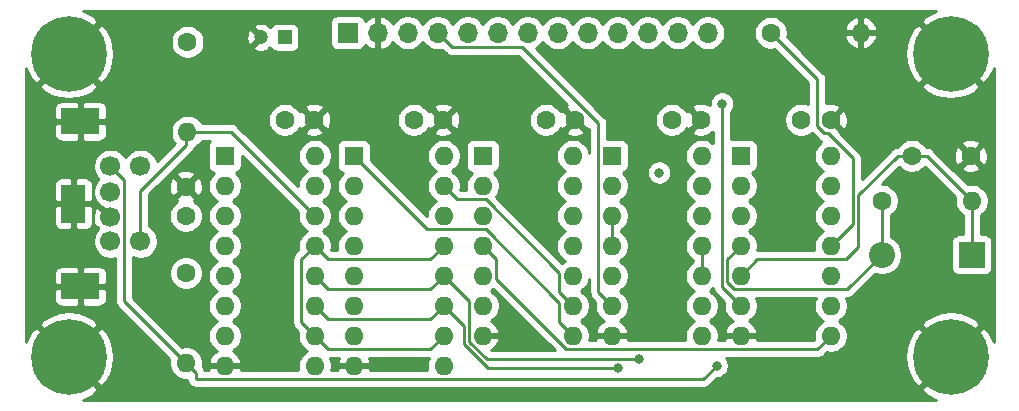
<source format=gtl>
G04 #@! TF.GenerationSoftware,KiCad,Pcbnew,(5.1.9-0-10_14)*
G04 #@! TF.CreationDate,2021-06-10T12:32:47+02:00*
G04 #@! TF.ProjectId,keyboard,6b657962-6f61-4726-942e-6b696361645f,rev?*
G04 #@! TF.SameCoordinates,Original*
G04 #@! TF.FileFunction,Copper,L1,Top*
G04 #@! TF.FilePolarity,Positive*
%FSLAX46Y46*%
G04 Gerber Fmt 4.6, Leading zero omitted, Abs format (unit mm)*
G04 Created by KiCad (PCBNEW (5.1.9-0-10_14)) date 2021-06-10 12:32:47*
%MOMM*%
%LPD*%
G01*
G04 APERTURE LIST*
G04 #@! TA.AperFunction,ComponentPad*
%ADD10C,6.400000*%
G04 #@! TD*
G04 #@! TA.AperFunction,ComponentPad*
%ADD11C,1.200000*%
G04 #@! TD*
G04 #@! TA.AperFunction,ComponentPad*
%ADD12R,1.200000X1.200000*%
G04 #@! TD*
G04 #@! TA.AperFunction,ComponentPad*
%ADD13R,3.200400X2.169160*%
G04 #@! TD*
G04 #@! TA.AperFunction,ComponentPad*
%ADD14R,1.998980X3.200400*%
G04 #@! TD*
G04 #@! TA.AperFunction,ComponentPad*
%ADD15C,1.700000*%
G04 #@! TD*
G04 #@! TA.AperFunction,ComponentPad*
%ADD16O,1.600000X1.600000*%
G04 #@! TD*
G04 #@! TA.AperFunction,ComponentPad*
%ADD17R,1.600000X1.600000*%
G04 #@! TD*
G04 #@! TA.AperFunction,ComponentPad*
%ADD18C,1.600000*%
G04 #@! TD*
G04 #@! TA.AperFunction,ComponentPad*
%ADD19O,2.200000X2.200000*%
G04 #@! TD*
G04 #@! TA.AperFunction,ComponentPad*
%ADD20R,2.200000X2.200000*%
G04 #@! TD*
G04 #@! TA.AperFunction,ComponentPad*
%ADD21O,1.700000X1.700000*%
G04 #@! TD*
G04 #@! TA.AperFunction,ComponentPad*
%ADD22R,1.700000X1.700000*%
G04 #@! TD*
G04 #@! TA.AperFunction,ViaPad*
%ADD23C,0.800000*%
G04 #@! TD*
G04 #@! TA.AperFunction,Conductor*
%ADD24C,0.254000*%
G04 #@! TD*
G04 #@! TA.AperFunction,Conductor*
%ADD25C,0.100000*%
G04 #@! TD*
G04 APERTURE END LIST*
D10*
X154686000Y-89916000D03*
X154686000Y-64262000D03*
X80010000Y-89916000D03*
X80010000Y-64262000D03*
D11*
X96298000Y-62865000D03*
D12*
X98298000Y-62865000D03*
D13*
X81000600Y-69977000D03*
X81000600Y-83947000D03*
D14*
X80416400Y-76962000D03*
D15*
X83540600Y-80137000D03*
X83540600Y-73787000D03*
X86080600Y-73787000D03*
X86080600Y-80137000D03*
X83540600Y-78105000D03*
X83540600Y-75946000D03*
D16*
X144526000Y-72898000D03*
X136906000Y-88138000D03*
X144526000Y-75438000D03*
X136906000Y-85598000D03*
X144526000Y-77978000D03*
X136906000Y-83058000D03*
X144526000Y-80518000D03*
X136906000Y-80518000D03*
X144526000Y-83058000D03*
X136906000Y-77978000D03*
X144526000Y-85598000D03*
X136906000Y-75438000D03*
X144526000Y-88138000D03*
D17*
X136906000Y-72898000D03*
D18*
X156384000Y-72898000D03*
X151384000Y-72898000D03*
D16*
X147066000Y-62484000D03*
D18*
X139446000Y-62484000D03*
D16*
X90068400Y-70866000D03*
D18*
X90068400Y-63246000D03*
D16*
X89941400Y-90449400D03*
D18*
X89941400Y-82829400D03*
D16*
X156464000Y-76708000D03*
D18*
X148844000Y-76708000D03*
D19*
X148844000Y-81280000D03*
D20*
X156464000Y-81280000D03*
D18*
X144526000Y-69850000D03*
X142026000Y-69850000D03*
X133564000Y-69850000D03*
X131064000Y-69850000D03*
X122896000Y-69850000D03*
X120396000Y-69850000D03*
X111720000Y-69850000D03*
X109220000Y-69850000D03*
X100798000Y-69850000D03*
X98298000Y-69850000D03*
X89916000Y-75503400D03*
X89916000Y-78003400D03*
D16*
X133604000Y-72898000D03*
X125984000Y-88138000D03*
X133604000Y-75438000D03*
X125984000Y-85598000D03*
X133604000Y-77978000D03*
X125984000Y-83058000D03*
X133604000Y-80518000D03*
X125984000Y-80518000D03*
X133604000Y-83058000D03*
X125984000Y-77978000D03*
X133604000Y-85598000D03*
X125984000Y-75438000D03*
X133604000Y-88138000D03*
D17*
X125984000Y-72898000D03*
D16*
X122682000Y-72898000D03*
X115062000Y-88138000D03*
X122682000Y-75438000D03*
X115062000Y-85598000D03*
X122682000Y-77978000D03*
X115062000Y-83058000D03*
X122682000Y-80518000D03*
X115062000Y-80518000D03*
X122682000Y-83058000D03*
X115062000Y-77978000D03*
X122682000Y-85598000D03*
X115062000Y-75438000D03*
X122682000Y-88138000D03*
D17*
X115062000Y-72898000D03*
D16*
X111760000Y-72898000D03*
X104140000Y-90678000D03*
X111760000Y-75438000D03*
X104140000Y-88138000D03*
X111760000Y-77978000D03*
X104140000Y-85598000D03*
X111760000Y-80518000D03*
X104140000Y-83058000D03*
X111760000Y-83058000D03*
X104140000Y-80518000D03*
X111760000Y-85598000D03*
X104140000Y-77978000D03*
X111760000Y-88138000D03*
X104140000Y-75438000D03*
X111760000Y-90678000D03*
D17*
X104140000Y-72898000D03*
D16*
X100838000Y-72898000D03*
X93218000Y-90678000D03*
X100838000Y-75438000D03*
X93218000Y-88138000D03*
X100838000Y-77978000D03*
X93218000Y-85598000D03*
X100838000Y-80518000D03*
X93218000Y-83058000D03*
X100838000Y-83058000D03*
X93218000Y-80518000D03*
X100838000Y-85598000D03*
X93218000Y-77978000D03*
X100838000Y-88138000D03*
X93218000Y-75438000D03*
X100838000Y-90678000D03*
D17*
X93218000Y-72898000D03*
D21*
X134112000Y-62484000D03*
X131572000Y-62484000D03*
X129032000Y-62484000D03*
X126492000Y-62484000D03*
X123952000Y-62484000D03*
X121412000Y-62484000D03*
X118872000Y-62484000D03*
X116332000Y-62484000D03*
X113792000Y-62484000D03*
X111252000Y-62484000D03*
X108712000Y-62484000D03*
X106172000Y-62484000D03*
D22*
X103632000Y-62484000D03*
D23*
X135324988Y-68484612D03*
X134874000Y-90678000D03*
X128311401Y-90140748D03*
X126542800Y-90881200D03*
X129997200Y-74320400D03*
D24*
X152654000Y-72898000D02*
X156464000Y-76708000D01*
X151384000Y-72898000D02*
X152654000Y-72898000D01*
X156464000Y-76708000D02*
X156464000Y-81280000D01*
X151384000Y-72898000D02*
X150197268Y-72898000D01*
X145819067Y-81645001D02*
X138318999Y-81645001D01*
X146859611Y-80604457D02*
X145819067Y-81645001D01*
X146859611Y-76235657D02*
X146859611Y-80604457D01*
X150197268Y-72898000D02*
X146859611Y-76235657D01*
X138318999Y-81645001D02*
X136906000Y-83058000D01*
X148844000Y-76708000D02*
X148844000Y-81280000D01*
X145938999Y-84185001D02*
X148844000Y-81280000D01*
X136365039Y-84185001D02*
X145938999Y-84185001D01*
X135778999Y-81645001D02*
X135778999Y-83598961D01*
X135778999Y-83598961D02*
X136365039Y-84185001D01*
X136906000Y-80518000D02*
X135778999Y-81645001D01*
X121554999Y-87010999D02*
X122682000Y-88138000D01*
X121554999Y-85343037D02*
X121554999Y-87010999D01*
X115316963Y-79105001D02*
X121554999Y-85343037D01*
X110347001Y-79105001D02*
X115316963Y-79105001D01*
X104140000Y-72898000D02*
X110347001Y-79105001D01*
X121554999Y-82803037D02*
X121554999Y-84470999D01*
X115316963Y-76565001D02*
X121554999Y-82803037D01*
X112887001Y-76565001D02*
X115316963Y-76565001D01*
X121554999Y-84470999D02*
X122682000Y-85598000D01*
X111760000Y-75438000D02*
X112887001Y-76565001D01*
X93218000Y-88138000D02*
X93218000Y-88087200D01*
X144272963Y-70977001D02*
X146405600Y-73109638D01*
X143985039Y-70977001D02*
X144272963Y-70977001D01*
X143398999Y-70390961D02*
X143985039Y-70977001D01*
X139446000Y-62484000D02*
X143398999Y-66436999D01*
X143398999Y-66436999D02*
X143398999Y-70390961D01*
X146405600Y-78638400D02*
X144526000Y-80518000D01*
X146405600Y-73109638D02*
X146405600Y-78638400D01*
X124856999Y-84470999D02*
X125984000Y-85598000D01*
X124856999Y-70143037D02*
X124856999Y-84470999D01*
X118374963Y-63661001D02*
X124856999Y-70143037D01*
X112429001Y-63661001D02*
X118374963Y-63661001D01*
X111252000Y-62484000D02*
X112429001Y-63661001D01*
X136906000Y-85598000D02*
X135324988Y-84016988D01*
X135324988Y-84016988D02*
X135324988Y-68484612D01*
X133746999Y-91805001D02*
X90789001Y-91805001D01*
X134874000Y-90678000D02*
X133746999Y-91805001D01*
X84717601Y-85225601D02*
X89941400Y-90449400D01*
X84717601Y-74964001D02*
X84717601Y-85225601D01*
X83540600Y-73787000D02*
X84717601Y-74964001D01*
X90789001Y-91297001D02*
X90789001Y-91805001D01*
X89941400Y-90449400D02*
X90789001Y-91297001D01*
X86080600Y-75858170D02*
X86080600Y-80137000D01*
X89941400Y-71997370D02*
X86080600Y-75858170D01*
X93726000Y-70866000D02*
X90068400Y-70866000D01*
X100838000Y-77978000D02*
X93726000Y-70866000D01*
X89941400Y-70993000D02*
X90068400Y-70866000D01*
X89941400Y-71997370D02*
X89941400Y-70993000D01*
X110632999Y-89265001D02*
X111760000Y-88138000D01*
X101965001Y-89265001D02*
X110632999Y-89265001D01*
X100838000Y-88138000D02*
X101965001Y-89265001D01*
X101965001Y-81645001D02*
X110632999Y-81645001D01*
X110632999Y-81645001D02*
X111760000Y-80518000D01*
X100838000Y-80518000D02*
X101965001Y-81645001D01*
X99710999Y-81645001D02*
X100838000Y-80518000D01*
X99710999Y-87010999D02*
X99710999Y-81645001D01*
X100838000Y-88138000D02*
X99710999Y-87010999D01*
X110632999Y-84185001D02*
X111760000Y-83058000D01*
X101965001Y-84185001D02*
X110632999Y-84185001D01*
X100838000Y-83058000D02*
X101965001Y-84185001D01*
X113934999Y-85232999D02*
X111760000Y-83058000D01*
X113934999Y-88678961D02*
X113934999Y-85232999D01*
X115396786Y-90140748D02*
X113934999Y-88678961D01*
X128311401Y-90140748D02*
X115396786Y-90140748D01*
X110632999Y-86725001D02*
X111760000Y-85598000D01*
X101965001Y-86725001D02*
X110632999Y-86725001D01*
X100838000Y-85598000D02*
X101965001Y-86725001D01*
X113480989Y-88867019D02*
X113480989Y-87318989D01*
X115495170Y-90881200D02*
X113480989Y-88867019D01*
X113480989Y-87318989D02*
X111760000Y-85598000D01*
X126542800Y-90881200D02*
X115495170Y-90881200D01*
X144526000Y-85598000D02*
X145034000Y-85598000D01*
X116189001Y-83312963D02*
X116189001Y-81645001D01*
X116189001Y-81645001D02*
X115062000Y-80518000D01*
X122141039Y-89265001D02*
X116189001Y-83312963D01*
X143398999Y-89265001D02*
X122141039Y-89265001D01*
X144526000Y-88138000D02*
X143398999Y-89265001D01*
X133604000Y-80518000D02*
X133604000Y-83058000D01*
X125984000Y-77978000D02*
X125984000Y-80518000D01*
X153233792Y-60692548D02*
X152565330Y-61044445D01*
X152524912Y-61071452D01*
X152164724Y-61561119D01*
X154686000Y-64082395D01*
X154700143Y-64068253D01*
X154879748Y-64247858D01*
X154865605Y-64262000D01*
X157386881Y-66783276D01*
X157876548Y-66423088D01*
X158236849Y-65759118D01*
X158319000Y-65494327D01*
X158319001Y-88678142D01*
X158255452Y-88463792D01*
X157903555Y-87795330D01*
X157876548Y-87754912D01*
X157386881Y-87394724D01*
X154865605Y-89916000D01*
X154879748Y-89930143D01*
X154700143Y-90109748D01*
X154686000Y-90095605D01*
X152164724Y-92616881D01*
X152524912Y-93106548D01*
X153188882Y-93466849D01*
X153453673Y-93549000D01*
X81247861Y-93549000D01*
X81462208Y-93485452D01*
X82130670Y-93133555D01*
X82171088Y-93106548D01*
X82531276Y-92616881D01*
X80010000Y-90095605D01*
X79995858Y-90109748D01*
X79816253Y-89930143D01*
X79830395Y-89916000D01*
X80189605Y-89916000D01*
X82710881Y-92437276D01*
X83200548Y-92077088D01*
X83560849Y-91413118D01*
X83784694Y-90691615D01*
X83863480Y-89940305D01*
X83794178Y-89188062D01*
X83579452Y-88463792D01*
X83227555Y-87795330D01*
X83200548Y-87754912D01*
X82710881Y-87394724D01*
X80189605Y-89916000D01*
X79830395Y-89916000D01*
X77309119Y-87394724D01*
X76819452Y-87754912D01*
X76459151Y-88418882D01*
X76377000Y-88683673D01*
X76377000Y-87215119D01*
X77488724Y-87215119D01*
X80010000Y-89736395D01*
X82531276Y-87215119D01*
X82171088Y-86725452D01*
X81507118Y-86365151D01*
X80785615Y-86141306D01*
X80034305Y-86062520D01*
X79282062Y-86131822D01*
X78557792Y-86346548D01*
X77889330Y-86698445D01*
X77848912Y-86725452D01*
X77488724Y-87215119D01*
X76377000Y-87215119D01*
X76377000Y-85031580D01*
X78762328Y-85031580D01*
X78774588Y-85156062D01*
X78810898Y-85275760D01*
X78869863Y-85386074D01*
X78949215Y-85482765D01*
X79045906Y-85562117D01*
X79156220Y-85621082D01*
X79275918Y-85657392D01*
X79400400Y-85669652D01*
X80714850Y-85666580D01*
X80873600Y-85507830D01*
X80873600Y-84074000D01*
X81127600Y-84074000D01*
X81127600Y-85507830D01*
X81286350Y-85666580D01*
X82600800Y-85669652D01*
X82725282Y-85657392D01*
X82844980Y-85621082D01*
X82955294Y-85562117D01*
X83051985Y-85482765D01*
X83131337Y-85386074D01*
X83190302Y-85275760D01*
X83226612Y-85156062D01*
X83238872Y-85031580D01*
X83235800Y-84232750D01*
X83077050Y-84074000D01*
X81127600Y-84074000D01*
X80873600Y-84074000D01*
X78924150Y-84074000D01*
X78765400Y-84232750D01*
X78762328Y-85031580D01*
X76377000Y-85031580D01*
X76377000Y-82862420D01*
X78762328Y-82862420D01*
X78765400Y-83661250D01*
X78924150Y-83820000D01*
X80873600Y-83820000D01*
X80873600Y-82386170D01*
X81127600Y-82386170D01*
X81127600Y-83820000D01*
X83077050Y-83820000D01*
X83235800Y-83661250D01*
X83238872Y-82862420D01*
X83226612Y-82737938D01*
X83190302Y-82618240D01*
X83131337Y-82507926D01*
X83051985Y-82411235D01*
X82955294Y-82331883D01*
X82844980Y-82272918D01*
X82725282Y-82236608D01*
X82600800Y-82224348D01*
X81286350Y-82227420D01*
X81127600Y-82386170D01*
X80873600Y-82386170D01*
X80714850Y-82227420D01*
X79400400Y-82224348D01*
X79275918Y-82236608D01*
X79156220Y-82272918D01*
X79045906Y-82331883D01*
X78949215Y-82411235D01*
X78869863Y-82507926D01*
X78810898Y-82618240D01*
X78774588Y-82737938D01*
X78762328Y-82862420D01*
X76377000Y-82862420D01*
X76377000Y-78562200D01*
X78778838Y-78562200D01*
X78791098Y-78686682D01*
X78827408Y-78806380D01*
X78886373Y-78916694D01*
X78965725Y-79013385D01*
X79062416Y-79092737D01*
X79172730Y-79151702D01*
X79292428Y-79188012D01*
X79416910Y-79200272D01*
X80130650Y-79197200D01*
X80289400Y-79038450D01*
X80289400Y-77089000D01*
X80543400Y-77089000D01*
X80543400Y-79038450D01*
X80702150Y-79197200D01*
X81415890Y-79200272D01*
X81540372Y-79188012D01*
X81660070Y-79151702D01*
X81770384Y-79092737D01*
X81867075Y-79013385D01*
X81946427Y-78916694D01*
X82005392Y-78806380D01*
X82041702Y-78686682D01*
X82053962Y-78562200D01*
X82053104Y-78194994D01*
X82092001Y-78463019D01*
X82189681Y-78738747D01*
X82263128Y-78876157D01*
X82512201Y-78953791D01*
X82396096Y-79069896D01*
X82451847Y-79125647D01*
X82387125Y-79190368D01*
X82224610Y-79433589D01*
X82112668Y-79703842D01*
X82055600Y-79990740D01*
X82055600Y-80283260D01*
X82112668Y-80570158D01*
X82224610Y-80840411D01*
X82387125Y-81083632D01*
X82593968Y-81290475D01*
X82837189Y-81452990D01*
X83107442Y-81564932D01*
X83394340Y-81622000D01*
X83686860Y-81622000D01*
X83955602Y-81568544D01*
X83955602Y-85188168D01*
X83951915Y-85225601D01*
X83966628Y-85374979D01*
X84010200Y-85518616D01*
X84080956Y-85650993D01*
X84152322Y-85737952D01*
X84176180Y-85767023D01*
X84205250Y-85790880D01*
X88542243Y-90127874D01*
X88506400Y-90308065D01*
X88506400Y-90590735D01*
X88561547Y-90867974D01*
X88669720Y-91129127D01*
X88826763Y-91364159D01*
X89026641Y-91564037D01*
X89261673Y-91721080D01*
X89522826Y-91829253D01*
X89800065Y-91884400D01*
X90031135Y-91884400D01*
X90038027Y-91954379D01*
X90081599Y-92098016D01*
X90152356Y-92230393D01*
X90247579Y-92346423D01*
X90363609Y-92441646D01*
X90495986Y-92512403D01*
X90639623Y-92555975D01*
X90751575Y-92567001D01*
X90751576Y-92567001D01*
X90789001Y-92570687D01*
X90826427Y-92567001D01*
X133709576Y-92567001D01*
X133746999Y-92570687D01*
X133784422Y-92567001D01*
X133784425Y-92567001D01*
X133896377Y-92555975D01*
X134040014Y-92512403D01*
X134172391Y-92441646D01*
X134288421Y-92346423D01*
X134312283Y-92317347D01*
X134916631Y-91713000D01*
X134975939Y-91713000D01*
X135175898Y-91673226D01*
X135364256Y-91595205D01*
X135533774Y-91481937D01*
X135677937Y-91337774D01*
X135791205Y-91168256D01*
X135869226Y-90979898D01*
X135909000Y-90779939D01*
X135909000Y-90576061D01*
X135869226Y-90376102D01*
X135791205Y-90187744D01*
X135683800Y-90027001D01*
X143361576Y-90027001D01*
X143398999Y-90030687D01*
X143436422Y-90027001D01*
X143436425Y-90027001D01*
X143548377Y-90015975D01*
X143692014Y-89972403D01*
X143824391Y-89901646D01*
X143836516Y-89891695D01*
X150832520Y-89891695D01*
X150901822Y-90643938D01*
X151116548Y-91368208D01*
X151468445Y-92036670D01*
X151495452Y-92077088D01*
X151985119Y-92437276D01*
X154506395Y-89916000D01*
X151985119Y-87394724D01*
X151495452Y-87754912D01*
X151135151Y-88418882D01*
X150911306Y-89140385D01*
X150832520Y-89891695D01*
X143836516Y-89891695D01*
X143940421Y-89806423D01*
X143964283Y-89777347D01*
X144204473Y-89537157D01*
X144384665Y-89573000D01*
X144667335Y-89573000D01*
X144944574Y-89517853D01*
X145205727Y-89409680D01*
X145440759Y-89252637D01*
X145640637Y-89052759D01*
X145797680Y-88817727D01*
X145905853Y-88556574D01*
X145961000Y-88279335D01*
X145961000Y-87996665D01*
X145905853Y-87719426D01*
X145797680Y-87458273D01*
X145640637Y-87223241D01*
X145632515Y-87215119D01*
X152164724Y-87215119D01*
X154686000Y-89736395D01*
X157207276Y-87215119D01*
X156847088Y-86725452D01*
X156183118Y-86365151D01*
X155461615Y-86141306D01*
X154710305Y-86062520D01*
X153958062Y-86131822D01*
X153233792Y-86346548D01*
X152565330Y-86698445D01*
X152524912Y-86725452D01*
X152164724Y-87215119D01*
X145632515Y-87215119D01*
X145440759Y-87023363D01*
X145208241Y-86868000D01*
X145440759Y-86712637D01*
X145640637Y-86512759D01*
X145797680Y-86277727D01*
X145905853Y-86016574D01*
X145961000Y-85739335D01*
X145961000Y-85456665D01*
X145905853Y-85179426D01*
X145809580Y-84947001D01*
X145901576Y-84947001D01*
X145938999Y-84950687D01*
X145976422Y-84947001D01*
X145976425Y-84947001D01*
X146088377Y-84935975D01*
X146232014Y-84892403D01*
X146364391Y-84821646D01*
X146480421Y-84726423D01*
X146504283Y-84697347D01*
X148278088Y-82923542D01*
X148337919Y-82948325D01*
X148673117Y-83015000D01*
X149014883Y-83015000D01*
X149350081Y-82948325D01*
X149665831Y-82817537D01*
X149949998Y-82627663D01*
X150191663Y-82385998D01*
X150381537Y-82101831D01*
X150512325Y-81786081D01*
X150579000Y-81450883D01*
X150579000Y-81109117D01*
X150512325Y-80773919D01*
X150381537Y-80458169D01*
X150191663Y-80174002D01*
X149949998Y-79932337D01*
X149665831Y-79742463D01*
X149606000Y-79717680D01*
X149606000Y-77924707D01*
X149758759Y-77822637D01*
X149958637Y-77622759D01*
X150115680Y-77387727D01*
X150223853Y-77126574D01*
X150279000Y-76849335D01*
X150279000Y-76566665D01*
X150223853Y-76289426D01*
X150115680Y-76028273D01*
X149958637Y-75793241D01*
X149758759Y-75593363D01*
X149523727Y-75436320D01*
X149262574Y-75328147D01*
X148985335Y-75273000D01*
X148899898Y-75273000D01*
X150314751Y-73858147D01*
X150469241Y-74012637D01*
X150704273Y-74169680D01*
X150965426Y-74277853D01*
X151242665Y-74333000D01*
X151525335Y-74333000D01*
X151802574Y-74277853D01*
X152063727Y-74169680D01*
X152298759Y-74012637D01*
X152494883Y-73816513D01*
X155064843Y-76386473D01*
X155029000Y-76566665D01*
X155029000Y-76849335D01*
X155084147Y-77126574D01*
X155192320Y-77387727D01*
X155349363Y-77622759D01*
X155549241Y-77822637D01*
X155702000Y-77924707D01*
X155702001Y-79541928D01*
X155364000Y-79541928D01*
X155239518Y-79554188D01*
X155119820Y-79590498D01*
X155009506Y-79649463D01*
X154912815Y-79728815D01*
X154833463Y-79825506D01*
X154774498Y-79935820D01*
X154738188Y-80055518D01*
X154725928Y-80180000D01*
X154725928Y-82380000D01*
X154738188Y-82504482D01*
X154774498Y-82624180D01*
X154833463Y-82734494D01*
X154912815Y-82831185D01*
X155009506Y-82910537D01*
X155119820Y-82969502D01*
X155239518Y-83005812D01*
X155364000Y-83018072D01*
X157564000Y-83018072D01*
X157688482Y-83005812D01*
X157808180Y-82969502D01*
X157918494Y-82910537D01*
X158015185Y-82831185D01*
X158094537Y-82734494D01*
X158153502Y-82624180D01*
X158189812Y-82504482D01*
X158202072Y-82380000D01*
X158202072Y-80180000D01*
X158189812Y-80055518D01*
X158153502Y-79935820D01*
X158094537Y-79825506D01*
X158015185Y-79728815D01*
X157918494Y-79649463D01*
X157808180Y-79590498D01*
X157688482Y-79554188D01*
X157564000Y-79541928D01*
X157226000Y-79541928D01*
X157226000Y-77924707D01*
X157378759Y-77822637D01*
X157578637Y-77622759D01*
X157735680Y-77387727D01*
X157843853Y-77126574D01*
X157899000Y-76849335D01*
X157899000Y-76566665D01*
X157843853Y-76289426D01*
X157735680Y-76028273D01*
X157578637Y-75793241D01*
X157378759Y-75593363D01*
X157143727Y-75436320D01*
X156882574Y-75328147D01*
X156605335Y-75273000D01*
X156322665Y-75273000D01*
X156142473Y-75308843D01*
X154724332Y-73890702D01*
X155570903Y-73890702D01*
X155642486Y-74134671D01*
X155897996Y-74255571D01*
X156172184Y-74324300D01*
X156454512Y-74338217D01*
X156734130Y-74296787D01*
X157000292Y-74201603D01*
X157125514Y-74134671D01*
X157197097Y-73890702D01*
X156384000Y-73077605D01*
X155570903Y-73890702D01*
X154724332Y-73890702D01*
X153802142Y-72968512D01*
X154943783Y-72968512D01*
X154985213Y-73248130D01*
X155080397Y-73514292D01*
X155147329Y-73639514D01*
X155391298Y-73711097D01*
X156204395Y-72898000D01*
X156563605Y-72898000D01*
X157376702Y-73711097D01*
X157620671Y-73639514D01*
X157741571Y-73384004D01*
X157810300Y-73109816D01*
X157824217Y-72827488D01*
X157782787Y-72547870D01*
X157687603Y-72281708D01*
X157620671Y-72156486D01*
X157376702Y-72084903D01*
X156563605Y-72898000D01*
X156204395Y-72898000D01*
X155391298Y-72084903D01*
X155147329Y-72156486D01*
X155026429Y-72411996D01*
X154957700Y-72686184D01*
X154943783Y-72968512D01*
X153802142Y-72968512D01*
X153219284Y-72385654D01*
X153195422Y-72356578D01*
X153079392Y-72261355D01*
X152947015Y-72190598D01*
X152803378Y-72147026D01*
X152691426Y-72136000D01*
X152691423Y-72136000D01*
X152654000Y-72132314D01*
X152616577Y-72136000D01*
X152600707Y-72136000D01*
X152498637Y-71983241D01*
X152420694Y-71905298D01*
X155570903Y-71905298D01*
X156384000Y-72718395D01*
X157197097Y-71905298D01*
X157125514Y-71661329D01*
X156870004Y-71540429D01*
X156595816Y-71471700D01*
X156313488Y-71457783D01*
X156033870Y-71499213D01*
X155767708Y-71594397D01*
X155642486Y-71661329D01*
X155570903Y-71905298D01*
X152420694Y-71905298D01*
X152298759Y-71783363D01*
X152063727Y-71626320D01*
X151802574Y-71518147D01*
X151525335Y-71463000D01*
X151242665Y-71463000D01*
X150965426Y-71518147D01*
X150704273Y-71626320D01*
X150469241Y-71783363D01*
X150269363Y-71983241D01*
X150167818Y-72135215D01*
X150159845Y-72136000D01*
X150159842Y-72136000D01*
X150047890Y-72147026D01*
X149904253Y-72190598D01*
X149852477Y-72218273D01*
X149771875Y-72261355D01*
X149689172Y-72329228D01*
X149655846Y-72356578D01*
X149631989Y-72385648D01*
X147167600Y-74850038D01*
X147167600Y-73147060D01*
X147171286Y-73109637D01*
X147162587Y-73021314D01*
X147156574Y-72960260D01*
X147113002Y-72816623D01*
X147042245Y-72684246D01*
X146947022Y-72568216D01*
X146917953Y-72544360D01*
X145311239Y-70937647D01*
X145339097Y-70842702D01*
X144526000Y-70029605D01*
X144511858Y-70043748D01*
X144332253Y-69864143D01*
X144346395Y-69850000D01*
X144705605Y-69850000D01*
X145518702Y-70663097D01*
X145762671Y-70591514D01*
X145883571Y-70336004D01*
X145952300Y-70061816D01*
X145966217Y-69779488D01*
X145924787Y-69499870D01*
X145829603Y-69233708D01*
X145762671Y-69108486D01*
X145518702Y-69036903D01*
X144705605Y-69850000D01*
X144346395Y-69850000D01*
X144332253Y-69835858D01*
X144511858Y-69656253D01*
X144526000Y-69670395D01*
X145339097Y-68857298D01*
X145267514Y-68613329D01*
X145012004Y-68492429D01*
X144737816Y-68423700D01*
X144455488Y-68409783D01*
X144175870Y-68451213D01*
X144160999Y-68456531D01*
X144160999Y-66962881D01*
X152164724Y-66962881D01*
X152524912Y-67452548D01*
X153188882Y-67812849D01*
X153910385Y-68036694D01*
X154661695Y-68115480D01*
X155413938Y-68046178D01*
X156138208Y-67831452D01*
X156806670Y-67479555D01*
X156847088Y-67452548D01*
X157207276Y-66962881D01*
X154686000Y-64441605D01*
X152164724Y-66962881D01*
X144160999Y-66962881D01*
X144160999Y-66474422D01*
X144164685Y-66436999D01*
X144159334Y-66382670D01*
X144149973Y-66287621D01*
X144106401Y-66143984D01*
X144035645Y-66011608D01*
X144035644Y-66011606D01*
X143964278Y-65924647D01*
X143940421Y-65895577D01*
X143911352Y-65871721D01*
X142277326Y-64237695D01*
X150832520Y-64237695D01*
X150901822Y-64989938D01*
X151116548Y-65714208D01*
X151468445Y-66382670D01*
X151495452Y-66423088D01*
X151985119Y-66783276D01*
X154506395Y-64262000D01*
X151985119Y-61740724D01*
X151495452Y-62100912D01*
X151135151Y-62764882D01*
X150911306Y-63486385D01*
X150832520Y-64237695D01*
X142277326Y-64237695D01*
X140872670Y-62833039D01*
X145674096Y-62833039D01*
X145714754Y-62967087D01*
X145834963Y-63221420D01*
X146002481Y-63447414D01*
X146210869Y-63636385D01*
X146452119Y-63781070D01*
X146716960Y-63875909D01*
X146939000Y-63754624D01*
X146939000Y-62611000D01*
X147193000Y-62611000D01*
X147193000Y-63754624D01*
X147415040Y-63875909D01*
X147679881Y-63781070D01*
X147921131Y-63636385D01*
X148129519Y-63447414D01*
X148297037Y-63221420D01*
X148417246Y-62967087D01*
X148457904Y-62833039D01*
X148335915Y-62611000D01*
X147193000Y-62611000D01*
X146939000Y-62611000D01*
X145796085Y-62611000D01*
X145674096Y-62833039D01*
X140872670Y-62833039D01*
X140845157Y-62805527D01*
X140881000Y-62625335D01*
X140881000Y-62342665D01*
X140839685Y-62134961D01*
X145674096Y-62134961D01*
X145796085Y-62357000D01*
X146939000Y-62357000D01*
X146939000Y-61213376D01*
X147193000Y-61213376D01*
X147193000Y-62357000D01*
X148335915Y-62357000D01*
X148457904Y-62134961D01*
X148417246Y-62000913D01*
X148297037Y-61746580D01*
X148129519Y-61520586D01*
X147921131Y-61331615D01*
X147679881Y-61186930D01*
X147415040Y-61092091D01*
X147193000Y-61213376D01*
X146939000Y-61213376D01*
X146716960Y-61092091D01*
X146452119Y-61186930D01*
X146210869Y-61331615D01*
X146002481Y-61520586D01*
X145834963Y-61746580D01*
X145714754Y-62000913D01*
X145674096Y-62134961D01*
X140839685Y-62134961D01*
X140825853Y-62065426D01*
X140717680Y-61804273D01*
X140560637Y-61569241D01*
X140360759Y-61369363D01*
X140125727Y-61212320D01*
X139864574Y-61104147D01*
X139587335Y-61049000D01*
X139304665Y-61049000D01*
X139027426Y-61104147D01*
X138766273Y-61212320D01*
X138531241Y-61369363D01*
X138331363Y-61569241D01*
X138174320Y-61804273D01*
X138066147Y-62065426D01*
X138011000Y-62342665D01*
X138011000Y-62625335D01*
X138066147Y-62902574D01*
X138174320Y-63163727D01*
X138331363Y-63398759D01*
X138531241Y-63598637D01*
X138766273Y-63755680D01*
X139027426Y-63863853D01*
X139304665Y-63919000D01*
X139587335Y-63919000D01*
X139767527Y-63883157D01*
X142636999Y-66752630D01*
X142637000Y-68549852D01*
X142444574Y-68470147D01*
X142167335Y-68415000D01*
X141884665Y-68415000D01*
X141607426Y-68470147D01*
X141346273Y-68578320D01*
X141111241Y-68735363D01*
X140911363Y-68935241D01*
X140754320Y-69170273D01*
X140646147Y-69431426D01*
X140591000Y-69708665D01*
X140591000Y-69991335D01*
X140646147Y-70268574D01*
X140754320Y-70529727D01*
X140911363Y-70764759D01*
X141111241Y-70964637D01*
X141346273Y-71121680D01*
X141607426Y-71229853D01*
X141884665Y-71285000D01*
X142167335Y-71285000D01*
X142444574Y-71229853D01*
X142705727Y-71121680D01*
X142913355Y-70982947D01*
X143419755Y-71489347D01*
X143443617Y-71518423D01*
X143517258Y-71578858D01*
X143559646Y-71613646D01*
X143621702Y-71646815D01*
X143692024Y-71684403D01*
X143738325Y-71698448D01*
X143611241Y-71783363D01*
X143411363Y-71983241D01*
X143254320Y-72218273D01*
X143146147Y-72479426D01*
X143091000Y-72756665D01*
X143091000Y-73039335D01*
X143146147Y-73316574D01*
X143254320Y-73577727D01*
X143411363Y-73812759D01*
X143611241Y-74012637D01*
X143843759Y-74168000D01*
X143611241Y-74323363D01*
X143411363Y-74523241D01*
X143254320Y-74758273D01*
X143146147Y-75019426D01*
X143091000Y-75296665D01*
X143091000Y-75579335D01*
X143146147Y-75856574D01*
X143254320Y-76117727D01*
X143411363Y-76352759D01*
X143611241Y-76552637D01*
X143843759Y-76708000D01*
X143611241Y-76863363D01*
X143411363Y-77063241D01*
X143254320Y-77298273D01*
X143146147Y-77559426D01*
X143091000Y-77836665D01*
X143091000Y-78119335D01*
X143146147Y-78396574D01*
X143254320Y-78657727D01*
X143411363Y-78892759D01*
X143611241Y-79092637D01*
X143843759Y-79248000D01*
X143611241Y-79403363D01*
X143411363Y-79603241D01*
X143254320Y-79838273D01*
X143146147Y-80099426D01*
X143091000Y-80376665D01*
X143091000Y-80659335D01*
X143135491Y-80883001D01*
X138356421Y-80883001D01*
X138318998Y-80879315D01*
X138296808Y-80881501D01*
X138341000Y-80659335D01*
X138341000Y-80376665D01*
X138285853Y-80099426D01*
X138177680Y-79838273D01*
X138020637Y-79603241D01*
X137820759Y-79403363D01*
X137588241Y-79248000D01*
X137820759Y-79092637D01*
X138020637Y-78892759D01*
X138177680Y-78657727D01*
X138285853Y-78396574D01*
X138341000Y-78119335D01*
X138341000Y-77836665D01*
X138285853Y-77559426D01*
X138177680Y-77298273D01*
X138020637Y-77063241D01*
X137820759Y-76863363D01*
X137588241Y-76708000D01*
X137820759Y-76552637D01*
X138020637Y-76352759D01*
X138177680Y-76117727D01*
X138285853Y-75856574D01*
X138341000Y-75579335D01*
X138341000Y-75296665D01*
X138285853Y-75019426D01*
X138177680Y-74758273D01*
X138020637Y-74523241D01*
X137822039Y-74324643D01*
X137830482Y-74323812D01*
X137950180Y-74287502D01*
X138060494Y-74228537D01*
X138157185Y-74149185D01*
X138236537Y-74052494D01*
X138295502Y-73942180D01*
X138331812Y-73822482D01*
X138344072Y-73698000D01*
X138344072Y-72098000D01*
X138331812Y-71973518D01*
X138295502Y-71853820D01*
X138236537Y-71743506D01*
X138157185Y-71646815D01*
X138060494Y-71567463D01*
X137950180Y-71508498D01*
X137830482Y-71472188D01*
X137706000Y-71459928D01*
X136106000Y-71459928D01*
X136086988Y-71461800D01*
X136086988Y-69186323D01*
X136128925Y-69144386D01*
X136242193Y-68974868D01*
X136320214Y-68786510D01*
X136359988Y-68586551D01*
X136359988Y-68382673D01*
X136320214Y-68182714D01*
X136242193Y-67994356D01*
X136128925Y-67824838D01*
X135984762Y-67680675D01*
X135815244Y-67567407D01*
X135626886Y-67489386D01*
X135426927Y-67449612D01*
X135223049Y-67449612D01*
X135023090Y-67489386D01*
X134834732Y-67567407D01*
X134665214Y-67680675D01*
X134521051Y-67824838D01*
X134407783Y-67994356D01*
X134329762Y-68182714D01*
X134289988Y-68382673D01*
X134289988Y-68586551D01*
X134294255Y-68608001D01*
X134050004Y-68492429D01*
X133775816Y-68423700D01*
X133493488Y-68409783D01*
X133213870Y-68451213D01*
X132947708Y-68546397D01*
X132822486Y-68613329D01*
X132750903Y-68857298D01*
X133564000Y-69670395D01*
X133578143Y-69656253D01*
X133757748Y-69835858D01*
X133743605Y-69850000D01*
X133757748Y-69864143D01*
X133578143Y-70043748D01*
X133564000Y-70029605D01*
X132750903Y-70842702D01*
X132822486Y-71086671D01*
X133077996Y-71207571D01*
X133352184Y-71276300D01*
X133634512Y-71290217D01*
X133914130Y-71248787D01*
X134180292Y-71153603D01*
X134305514Y-71086671D01*
X134377097Y-70842704D01*
X134493370Y-70958977D01*
X134562989Y-70889358D01*
X134562989Y-71827593D01*
X134518759Y-71783363D01*
X134283727Y-71626320D01*
X134022574Y-71518147D01*
X133745335Y-71463000D01*
X133462665Y-71463000D01*
X133185426Y-71518147D01*
X132924273Y-71626320D01*
X132689241Y-71783363D01*
X132489363Y-71983241D01*
X132332320Y-72218273D01*
X132224147Y-72479426D01*
X132169000Y-72756665D01*
X132169000Y-73039335D01*
X132224147Y-73316574D01*
X132332320Y-73577727D01*
X132489363Y-73812759D01*
X132689241Y-74012637D01*
X132921759Y-74168000D01*
X132689241Y-74323363D01*
X132489363Y-74523241D01*
X132332320Y-74758273D01*
X132224147Y-75019426D01*
X132169000Y-75296665D01*
X132169000Y-75579335D01*
X132224147Y-75856574D01*
X132332320Y-76117727D01*
X132489363Y-76352759D01*
X132689241Y-76552637D01*
X132921759Y-76708000D01*
X132689241Y-76863363D01*
X132489363Y-77063241D01*
X132332320Y-77298273D01*
X132224147Y-77559426D01*
X132169000Y-77836665D01*
X132169000Y-78119335D01*
X132224147Y-78396574D01*
X132332320Y-78657727D01*
X132489363Y-78892759D01*
X132689241Y-79092637D01*
X132921759Y-79248000D01*
X132689241Y-79403363D01*
X132489363Y-79603241D01*
X132332320Y-79838273D01*
X132224147Y-80099426D01*
X132169000Y-80376665D01*
X132169000Y-80659335D01*
X132224147Y-80936574D01*
X132332320Y-81197727D01*
X132489363Y-81432759D01*
X132689241Y-81632637D01*
X132842000Y-81734707D01*
X132842001Y-81841293D01*
X132689241Y-81943363D01*
X132489363Y-82143241D01*
X132332320Y-82378273D01*
X132224147Y-82639426D01*
X132169000Y-82916665D01*
X132169000Y-83199335D01*
X132224147Y-83476574D01*
X132332320Y-83737727D01*
X132489363Y-83972759D01*
X132689241Y-84172637D01*
X132921759Y-84328000D01*
X132689241Y-84483363D01*
X132489363Y-84683241D01*
X132332320Y-84918273D01*
X132224147Y-85179426D01*
X132169000Y-85456665D01*
X132169000Y-85739335D01*
X132224147Y-86016574D01*
X132332320Y-86277727D01*
X132489363Y-86512759D01*
X132689241Y-86712637D01*
X132921759Y-86868000D01*
X132689241Y-87023363D01*
X132489363Y-87223241D01*
X132332320Y-87458273D01*
X132224147Y-87719426D01*
X132169000Y-87996665D01*
X132169000Y-88279335D01*
X132213491Y-88503001D01*
X127371063Y-88503001D01*
X127375904Y-88487039D01*
X127253915Y-88265000D01*
X126111000Y-88265000D01*
X126111000Y-88285000D01*
X125857000Y-88285000D01*
X125857000Y-88265000D01*
X124714085Y-88265000D01*
X124592096Y-88487039D01*
X124596937Y-88503001D01*
X124072509Y-88503001D01*
X124117000Y-88279335D01*
X124117000Y-87996665D01*
X124061853Y-87719426D01*
X123953680Y-87458273D01*
X123796637Y-87223241D01*
X123596759Y-87023363D01*
X123364241Y-86868000D01*
X123596759Y-86712637D01*
X123796637Y-86512759D01*
X123953680Y-86277727D01*
X124061853Y-86016574D01*
X124117000Y-85739335D01*
X124117000Y-85456665D01*
X124061853Y-85179426D01*
X123953680Y-84918273D01*
X123796637Y-84683241D01*
X123596759Y-84483363D01*
X123364241Y-84328000D01*
X123596759Y-84172637D01*
X123796637Y-83972759D01*
X123953680Y-83737727D01*
X124061853Y-83476574D01*
X124095000Y-83309935D01*
X124095000Y-84433566D01*
X124091313Y-84470999D01*
X124106026Y-84620377D01*
X124149598Y-84764014D01*
X124220354Y-84896391D01*
X124261889Y-84947001D01*
X124315578Y-85012421D01*
X124344648Y-85036278D01*
X124584843Y-85276473D01*
X124549000Y-85456665D01*
X124549000Y-85739335D01*
X124604147Y-86016574D01*
X124712320Y-86277727D01*
X124869363Y-86512759D01*
X125069241Y-86712637D01*
X125304273Y-86869680D01*
X125314865Y-86874067D01*
X125128869Y-86985615D01*
X124920481Y-87174586D01*
X124752963Y-87400580D01*
X124632754Y-87654913D01*
X124592096Y-87788961D01*
X124714085Y-88011000D01*
X125857000Y-88011000D01*
X125857000Y-87991000D01*
X126111000Y-87991000D01*
X126111000Y-88011000D01*
X127253915Y-88011000D01*
X127375904Y-87788961D01*
X127335246Y-87654913D01*
X127215037Y-87400580D01*
X127047519Y-87174586D01*
X126839131Y-86985615D01*
X126653135Y-86874067D01*
X126663727Y-86869680D01*
X126898759Y-86712637D01*
X127098637Y-86512759D01*
X127255680Y-86277727D01*
X127363853Y-86016574D01*
X127419000Y-85739335D01*
X127419000Y-85456665D01*
X127363853Y-85179426D01*
X127255680Y-84918273D01*
X127098637Y-84683241D01*
X126898759Y-84483363D01*
X126666241Y-84328000D01*
X126898759Y-84172637D01*
X127098637Y-83972759D01*
X127255680Y-83737727D01*
X127363853Y-83476574D01*
X127419000Y-83199335D01*
X127419000Y-82916665D01*
X127363853Y-82639426D01*
X127255680Y-82378273D01*
X127098637Y-82143241D01*
X126898759Y-81943363D01*
X126666241Y-81788000D01*
X126898759Y-81632637D01*
X127098637Y-81432759D01*
X127255680Y-81197727D01*
X127363853Y-80936574D01*
X127419000Y-80659335D01*
X127419000Y-80376665D01*
X127363853Y-80099426D01*
X127255680Y-79838273D01*
X127098637Y-79603241D01*
X126898759Y-79403363D01*
X126746000Y-79301293D01*
X126746000Y-79194707D01*
X126898759Y-79092637D01*
X127098637Y-78892759D01*
X127255680Y-78657727D01*
X127363853Y-78396574D01*
X127419000Y-78119335D01*
X127419000Y-77836665D01*
X127363853Y-77559426D01*
X127255680Y-77298273D01*
X127098637Y-77063241D01*
X126898759Y-76863363D01*
X126666241Y-76708000D01*
X126898759Y-76552637D01*
X127098637Y-76352759D01*
X127255680Y-76117727D01*
X127363853Y-75856574D01*
X127419000Y-75579335D01*
X127419000Y-75296665D01*
X127363853Y-75019426D01*
X127255680Y-74758273D01*
X127098637Y-74523241D01*
X126900039Y-74324643D01*
X126908482Y-74323812D01*
X127028180Y-74287502D01*
X127138494Y-74228537D01*
X127150771Y-74218461D01*
X128962200Y-74218461D01*
X128962200Y-74422339D01*
X129001974Y-74622298D01*
X129079995Y-74810656D01*
X129193263Y-74980174D01*
X129337426Y-75124337D01*
X129506944Y-75237605D01*
X129695302Y-75315626D01*
X129895261Y-75355400D01*
X130099139Y-75355400D01*
X130299098Y-75315626D01*
X130487456Y-75237605D01*
X130656974Y-75124337D01*
X130801137Y-74980174D01*
X130914405Y-74810656D01*
X130992426Y-74622298D01*
X131032200Y-74422339D01*
X131032200Y-74218461D01*
X130992426Y-74018502D01*
X130914405Y-73830144D01*
X130801137Y-73660626D01*
X130656974Y-73516463D01*
X130487456Y-73403195D01*
X130299098Y-73325174D01*
X130099139Y-73285400D01*
X129895261Y-73285400D01*
X129695302Y-73325174D01*
X129506944Y-73403195D01*
X129337426Y-73516463D01*
X129193263Y-73660626D01*
X129079995Y-73830144D01*
X129001974Y-74018502D01*
X128962200Y-74218461D01*
X127150771Y-74218461D01*
X127235185Y-74149185D01*
X127314537Y-74052494D01*
X127373502Y-73942180D01*
X127409812Y-73822482D01*
X127422072Y-73698000D01*
X127422072Y-72098000D01*
X127409812Y-71973518D01*
X127373502Y-71853820D01*
X127314537Y-71743506D01*
X127235185Y-71646815D01*
X127138494Y-71567463D01*
X127028180Y-71508498D01*
X126908482Y-71472188D01*
X126784000Y-71459928D01*
X125618999Y-71459928D01*
X125618999Y-70180459D01*
X125622685Y-70143036D01*
X125618244Y-70097946D01*
X125607973Y-69993659D01*
X125564401Y-69850022D01*
X125493644Y-69717645D01*
X125486275Y-69708665D01*
X129629000Y-69708665D01*
X129629000Y-69991335D01*
X129684147Y-70268574D01*
X129792320Y-70529727D01*
X129949363Y-70764759D01*
X130149241Y-70964637D01*
X130384273Y-71121680D01*
X130645426Y-71229853D01*
X130922665Y-71285000D01*
X131205335Y-71285000D01*
X131482574Y-71229853D01*
X131743727Y-71121680D01*
X131978759Y-70964637D01*
X132178637Y-70764759D01*
X132312692Y-70564131D01*
X132327329Y-70591514D01*
X132571298Y-70663097D01*
X133384395Y-69850000D01*
X132571298Y-69036903D01*
X132327329Y-69108486D01*
X132313676Y-69137341D01*
X132178637Y-68935241D01*
X131978759Y-68735363D01*
X131743727Y-68578320D01*
X131482574Y-68470147D01*
X131205335Y-68415000D01*
X130922665Y-68415000D01*
X130645426Y-68470147D01*
X130384273Y-68578320D01*
X130149241Y-68735363D01*
X129949363Y-68935241D01*
X129792320Y-69170273D01*
X129684147Y-69431426D01*
X129629000Y-69708665D01*
X125486275Y-69708665D01*
X125398421Y-69601615D01*
X125369352Y-69577759D01*
X119585105Y-63793513D01*
X119818632Y-63637475D01*
X120025475Y-63430632D01*
X120142000Y-63256240D01*
X120258525Y-63430632D01*
X120465368Y-63637475D01*
X120708589Y-63799990D01*
X120978842Y-63911932D01*
X121265740Y-63969000D01*
X121558260Y-63969000D01*
X121845158Y-63911932D01*
X122115411Y-63799990D01*
X122358632Y-63637475D01*
X122565475Y-63430632D01*
X122682000Y-63256240D01*
X122798525Y-63430632D01*
X123005368Y-63637475D01*
X123248589Y-63799990D01*
X123518842Y-63911932D01*
X123805740Y-63969000D01*
X124098260Y-63969000D01*
X124385158Y-63911932D01*
X124655411Y-63799990D01*
X124898632Y-63637475D01*
X125105475Y-63430632D01*
X125222000Y-63256240D01*
X125338525Y-63430632D01*
X125545368Y-63637475D01*
X125788589Y-63799990D01*
X126058842Y-63911932D01*
X126345740Y-63969000D01*
X126638260Y-63969000D01*
X126925158Y-63911932D01*
X127195411Y-63799990D01*
X127438632Y-63637475D01*
X127645475Y-63430632D01*
X127762000Y-63256240D01*
X127878525Y-63430632D01*
X128085368Y-63637475D01*
X128328589Y-63799990D01*
X128598842Y-63911932D01*
X128885740Y-63969000D01*
X129178260Y-63969000D01*
X129465158Y-63911932D01*
X129735411Y-63799990D01*
X129978632Y-63637475D01*
X130185475Y-63430632D01*
X130302000Y-63256240D01*
X130418525Y-63430632D01*
X130625368Y-63637475D01*
X130868589Y-63799990D01*
X131138842Y-63911932D01*
X131425740Y-63969000D01*
X131718260Y-63969000D01*
X132005158Y-63911932D01*
X132275411Y-63799990D01*
X132518632Y-63637475D01*
X132725475Y-63430632D01*
X132842000Y-63256240D01*
X132958525Y-63430632D01*
X133165368Y-63637475D01*
X133408589Y-63799990D01*
X133678842Y-63911932D01*
X133965740Y-63969000D01*
X134258260Y-63969000D01*
X134545158Y-63911932D01*
X134815411Y-63799990D01*
X135058632Y-63637475D01*
X135265475Y-63430632D01*
X135427990Y-63187411D01*
X135539932Y-62917158D01*
X135597000Y-62630260D01*
X135597000Y-62337740D01*
X135539932Y-62050842D01*
X135427990Y-61780589D01*
X135265475Y-61537368D01*
X135058632Y-61330525D01*
X134815411Y-61168010D01*
X134545158Y-61056068D01*
X134258260Y-60999000D01*
X133965740Y-60999000D01*
X133678842Y-61056068D01*
X133408589Y-61168010D01*
X133165368Y-61330525D01*
X132958525Y-61537368D01*
X132842000Y-61711760D01*
X132725475Y-61537368D01*
X132518632Y-61330525D01*
X132275411Y-61168010D01*
X132005158Y-61056068D01*
X131718260Y-60999000D01*
X131425740Y-60999000D01*
X131138842Y-61056068D01*
X130868589Y-61168010D01*
X130625368Y-61330525D01*
X130418525Y-61537368D01*
X130302000Y-61711760D01*
X130185475Y-61537368D01*
X129978632Y-61330525D01*
X129735411Y-61168010D01*
X129465158Y-61056068D01*
X129178260Y-60999000D01*
X128885740Y-60999000D01*
X128598842Y-61056068D01*
X128328589Y-61168010D01*
X128085368Y-61330525D01*
X127878525Y-61537368D01*
X127762000Y-61711760D01*
X127645475Y-61537368D01*
X127438632Y-61330525D01*
X127195411Y-61168010D01*
X126925158Y-61056068D01*
X126638260Y-60999000D01*
X126345740Y-60999000D01*
X126058842Y-61056068D01*
X125788589Y-61168010D01*
X125545368Y-61330525D01*
X125338525Y-61537368D01*
X125222000Y-61711760D01*
X125105475Y-61537368D01*
X124898632Y-61330525D01*
X124655411Y-61168010D01*
X124385158Y-61056068D01*
X124098260Y-60999000D01*
X123805740Y-60999000D01*
X123518842Y-61056068D01*
X123248589Y-61168010D01*
X123005368Y-61330525D01*
X122798525Y-61537368D01*
X122682000Y-61711760D01*
X122565475Y-61537368D01*
X122358632Y-61330525D01*
X122115411Y-61168010D01*
X121845158Y-61056068D01*
X121558260Y-60999000D01*
X121265740Y-60999000D01*
X120978842Y-61056068D01*
X120708589Y-61168010D01*
X120465368Y-61330525D01*
X120258525Y-61537368D01*
X120142000Y-61711760D01*
X120025475Y-61537368D01*
X119818632Y-61330525D01*
X119575411Y-61168010D01*
X119305158Y-61056068D01*
X119018260Y-60999000D01*
X118725740Y-60999000D01*
X118438842Y-61056068D01*
X118168589Y-61168010D01*
X117925368Y-61330525D01*
X117718525Y-61537368D01*
X117602000Y-61711760D01*
X117485475Y-61537368D01*
X117278632Y-61330525D01*
X117035411Y-61168010D01*
X116765158Y-61056068D01*
X116478260Y-60999000D01*
X116185740Y-60999000D01*
X115898842Y-61056068D01*
X115628589Y-61168010D01*
X115385368Y-61330525D01*
X115178525Y-61537368D01*
X115062000Y-61711760D01*
X114945475Y-61537368D01*
X114738632Y-61330525D01*
X114495411Y-61168010D01*
X114225158Y-61056068D01*
X113938260Y-60999000D01*
X113645740Y-60999000D01*
X113358842Y-61056068D01*
X113088589Y-61168010D01*
X112845368Y-61330525D01*
X112638525Y-61537368D01*
X112522000Y-61711760D01*
X112405475Y-61537368D01*
X112198632Y-61330525D01*
X111955411Y-61168010D01*
X111685158Y-61056068D01*
X111398260Y-60999000D01*
X111105740Y-60999000D01*
X110818842Y-61056068D01*
X110548589Y-61168010D01*
X110305368Y-61330525D01*
X110098525Y-61537368D01*
X109982000Y-61711760D01*
X109865475Y-61537368D01*
X109658632Y-61330525D01*
X109415411Y-61168010D01*
X109145158Y-61056068D01*
X108858260Y-60999000D01*
X108565740Y-60999000D01*
X108278842Y-61056068D01*
X108008589Y-61168010D01*
X107765368Y-61330525D01*
X107558525Y-61537368D01*
X107436805Y-61719534D01*
X107367178Y-61602645D01*
X107172269Y-61386412D01*
X106938920Y-61212359D01*
X106676099Y-61087175D01*
X106528890Y-61042524D01*
X106299000Y-61163845D01*
X106299000Y-62357000D01*
X106319000Y-62357000D01*
X106319000Y-62611000D01*
X106299000Y-62611000D01*
X106299000Y-63804155D01*
X106528890Y-63925476D01*
X106676099Y-63880825D01*
X106938920Y-63755641D01*
X107172269Y-63581588D01*
X107367178Y-63365355D01*
X107436805Y-63248466D01*
X107558525Y-63430632D01*
X107765368Y-63637475D01*
X108008589Y-63799990D01*
X108278842Y-63911932D01*
X108565740Y-63969000D01*
X108858260Y-63969000D01*
X109145158Y-63911932D01*
X109415411Y-63799990D01*
X109658632Y-63637475D01*
X109865475Y-63430632D01*
X109982000Y-63256240D01*
X110098525Y-63430632D01*
X110305368Y-63637475D01*
X110548589Y-63799990D01*
X110818842Y-63911932D01*
X111105740Y-63969000D01*
X111398260Y-63969000D01*
X111616048Y-63925679D01*
X111863721Y-64173352D01*
X111887579Y-64202423D01*
X111916649Y-64226280D01*
X112003608Y-64297646D01*
X112074365Y-64335466D01*
X112135986Y-64368403D01*
X112279623Y-64411975D01*
X112391575Y-64423001D01*
X112391578Y-64423001D01*
X112429001Y-64426687D01*
X112466424Y-64423001D01*
X118059333Y-64423001D01*
X122216509Y-68580177D01*
X122154486Y-68613329D01*
X122082903Y-68857298D01*
X122896000Y-69670395D01*
X122910143Y-69656253D01*
X123089748Y-69835858D01*
X123075605Y-69850000D01*
X123888702Y-70663097D01*
X124094999Y-70602567D01*
X124094999Y-72646061D01*
X124061853Y-72479426D01*
X123953680Y-72218273D01*
X123796637Y-71983241D01*
X123596759Y-71783363D01*
X123361727Y-71626320D01*
X123100574Y-71518147D01*
X122823335Y-71463000D01*
X122540665Y-71463000D01*
X122263426Y-71518147D01*
X122002273Y-71626320D01*
X121767241Y-71783363D01*
X121567363Y-71983241D01*
X121410320Y-72218273D01*
X121302147Y-72479426D01*
X121247000Y-72756665D01*
X121247000Y-73039335D01*
X121302147Y-73316574D01*
X121410320Y-73577727D01*
X121567363Y-73812759D01*
X121767241Y-74012637D01*
X121999759Y-74168000D01*
X121767241Y-74323363D01*
X121567363Y-74523241D01*
X121410320Y-74758273D01*
X121302147Y-75019426D01*
X121247000Y-75296665D01*
X121247000Y-75579335D01*
X121302147Y-75856574D01*
X121410320Y-76117727D01*
X121567363Y-76352759D01*
X121767241Y-76552637D01*
X121999759Y-76708000D01*
X121767241Y-76863363D01*
X121567363Y-77063241D01*
X121410320Y-77298273D01*
X121302147Y-77559426D01*
X121247000Y-77836665D01*
X121247000Y-78119335D01*
X121302147Y-78396574D01*
X121410320Y-78657727D01*
X121567363Y-78892759D01*
X121767241Y-79092637D01*
X121999759Y-79248000D01*
X121767241Y-79403363D01*
X121567363Y-79603241D01*
X121410320Y-79838273D01*
X121302147Y-80099426D01*
X121247000Y-80376665D01*
X121247000Y-80659335D01*
X121302147Y-80936574D01*
X121410320Y-81197727D01*
X121567363Y-81432759D01*
X121767241Y-81632637D01*
X121999759Y-81788000D01*
X121770667Y-81941074D01*
X116178926Y-76349334D01*
X116333680Y-76117727D01*
X116441853Y-75856574D01*
X116497000Y-75579335D01*
X116497000Y-75296665D01*
X116441853Y-75019426D01*
X116333680Y-74758273D01*
X116176637Y-74523241D01*
X115978039Y-74324643D01*
X115986482Y-74323812D01*
X116106180Y-74287502D01*
X116216494Y-74228537D01*
X116313185Y-74149185D01*
X116392537Y-74052494D01*
X116451502Y-73942180D01*
X116487812Y-73822482D01*
X116500072Y-73698000D01*
X116500072Y-72098000D01*
X116487812Y-71973518D01*
X116451502Y-71853820D01*
X116392537Y-71743506D01*
X116313185Y-71646815D01*
X116216494Y-71567463D01*
X116106180Y-71508498D01*
X115986482Y-71472188D01*
X115862000Y-71459928D01*
X114262000Y-71459928D01*
X114137518Y-71472188D01*
X114017820Y-71508498D01*
X113907506Y-71567463D01*
X113810815Y-71646815D01*
X113731463Y-71743506D01*
X113672498Y-71853820D01*
X113636188Y-71973518D01*
X113623928Y-72098000D01*
X113623928Y-73698000D01*
X113636188Y-73822482D01*
X113672498Y-73942180D01*
X113731463Y-74052494D01*
X113810815Y-74149185D01*
X113907506Y-74228537D01*
X114017820Y-74287502D01*
X114137518Y-74323812D01*
X114145961Y-74324643D01*
X113947363Y-74523241D01*
X113790320Y-74758273D01*
X113682147Y-75019426D01*
X113627000Y-75296665D01*
X113627000Y-75579335D01*
X113671491Y-75803001D01*
X113202632Y-75803001D01*
X113159157Y-75759526D01*
X113195000Y-75579335D01*
X113195000Y-75296665D01*
X113139853Y-75019426D01*
X113031680Y-74758273D01*
X112874637Y-74523241D01*
X112674759Y-74323363D01*
X112442241Y-74168000D01*
X112674759Y-74012637D01*
X112874637Y-73812759D01*
X113031680Y-73577727D01*
X113139853Y-73316574D01*
X113195000Y-73039335D01*
X113195000Y-72756665D01*
X113139853Y-72479426D01*
X113031680Y-72218273D01*
X112874637Y-71983241D01*
X112674759Y-71783363D01*
X112439727Y-71626320D01*
X112178574Y-71518147D01*
X111901335Y-71463000D01*
X111618665Y-71463000D01*
X111341426Y-71518147D01*
X111080273Y-71626320D01*
X110845241Y-71783363D01*
X110645363Y-71983241D01*
X110488320Y-72218273D01*
X110380147Y-72479426D01*
X110325000Y-72756665D01*
X110325000Y-73039335D01*
X110380147Y-73316574D01*
X110488320Y-73577727D01*
X110645363Y-73812759D01*
X110845241Y-74012637D01*
X111077759Y-74168000D01*
X110845241Y-74323363D01*
X110645363Y-74523241D01*
X110488320Y-74758273D01*
X110380147Y-75019426D01*
X110325000Y-75296665D01*
X110325000Y-75579335D01*
X110380147Y-75856574D01*
X110488320Y-76117727D01*
X110645363Y-76352759D01*
X110845241Y-76552637D01*
X111077759Y-76708000D01*
X110845241Y-76863363D01*
X110645363Y-77063241D01*
X110488320Y-77298273D01*
X110380147Y-77559426D01*
X110325000Y-77836665D01*
X110325000Y-78005369D01*
X105578072Y-73258442D01*
X105578072Y-72098000D01*
X105565812Y-71973518D01*
X105529502Y-71853820D01*
X105470537Y-71743506D01*
X105391185Y-71646815D01*
X105294494Y-71567463D01*
X105184180Y-71508498D01*
X105064482Y-71472188D01*
X104940000Y-71459928D01*
X103340000Y-71459928D01*
X103215518Y-71472188D01*
X103095820Y-71508498D01*
X102985506Y-71567463D01*
X102888815Y-71646815D01*
X102809463Y-71743506D01*
X102750498Y-71853820D01*
X102714188Y-71973518D01*
X102701928Y-72098000D01*
X102701928Y-73698000D01*
X102714188Y-73822482D01*
X102750498Y-73942180D01*
X102809463Y-74052494D01*
X102888815Y-74149185D01*
X102985506Y-74228537D01*
X103095820Y-74287502D01*
X103215518Y-74323812D01*
X103223961Y-74324643D01*
X103025363Y-74523241D01*
X102868320Y-74758273D01*
X102760147Y-75019426D01*
X102705000Y-75296665D01*
X102705000Y-75579335D01*
X102760147Y-75856574D01*
X102868320Y-76117727D01*
X103025363Y-76352759D01*
X103225241Y-76552637D01*
X103457759Y-76708000D01*
X103225241Y-76863363D01*
X103025363Y-77063241D01*
X102868320Y-77298273D01*
X102760147Y-77559426D01*
X102705000Y-77836665D01*
X102705000Y-78119335D01*
X102760147Y-78396574D01*
X102868320Y-78657727D01*
X103025363Y-78892759D01*
X103225241Y-79092637D01*
X103457759Y-79248000D01*
X103225241Y-79403363D01*
X103025363Y-79603241D01*
X102868320Y-79838273D01*
X102760147Y-80099426D01*
X102705000Y-80376665D01*
X102705000Y-80659335D01*
X102749491Y-80883001D01*
X102280632Y-80883001D01*
X102237157Y-80839526D01*
X102273000Y-80659335D01*
X102273000Y-80376665D01*
X102217853Y-80099426D01*
X102109680Y-79838273D01*
X101952637Y-79603241D01*
X101752759Y-79403363D01*
X101520241Y-79248000D01*
X101752759Y-79092637D01*
X101952637Y-78892759D01*
X102109680Y-78657727D01*
X102217853Y-78396574D01*
X102273000Y-78119335D01*
X102273000Y-77836665D01*
X102217853Y-77559426D01*
X102109680Y-77298273D01*
X101952637Y-77063241D01*
X101752759Y-76863363D01*
X101520241Y-76708000D01*
X101752759Y-76552637D01*
X101952637Y-76352759D01*
X102109680Y-76117727D01*
X102217853Y-75856574D01*
X102273000Y-75579335D01*
X102273000Y-75296665D01*
X102217853Y-75019426D01*
X102109680Y-74758273D01*
X101952637Y-74523241D01*
X101752759Y-74323363D01*
X101520241Y-74168000D01*
X101752759Y-74012637D01*
X101952637Y-73812759D01*
X102109680Y-73577727D01*
X102217853Y-73316574D01*
X102273000Y-73039335D01*
X102273000Y-72756665D01*
X102217853Y-72479426D01*
X102109680Y-72218273D01*
X101952637Y-71983241D01*
X101752759Y-71783363D01*
X101517727Y-71626320D01*
X101256574Y-71518147D01*
X100979335Y-71463000D01*
X100696665Y-71463000D01*
X100419426Y-71518147D01*
X100158273Y-71626320D01*
X99923241Y-71783363D01*
X99723363Y-71983241D01*
X99566320Y-72218273D01*
X99458147Y-72479426D01*
X99403000Y-72756665D01*
X99403000Y-73039335D01*
X99458147Y-73316574D01*
X99566320Y-73577727D01*
X99723363Y-73812759D01*
X99923241Y-74012637D01*
X100155759Y-74168000D01*
X99923241Y-74323363D01*
X99723363Y-74523241D01*
X99566320Y-74758273D01*
X99458147Y-75019426D01*
X99403000Y-75296665D01*
X99403000Y-75465369D01*
X94291284Y-70353654D01*
X94267422Y-70324578D01*
X94151392Y-70229355D01*
X94019015Y-70158598D01*
X93875378Y-70115026D01*
X93763426Y-70104000D01*
X93763423Y-70104000D01*
X93726000Y-70100314D01*
X93688577Y-70104000D01*
X91285107Y-70104000D01*
X91183037Y-69951241D01*
X90983159Y-69751363D01*
X90919257Y-69708665D01*
X96863000Y-69708665D01*
X96863000Y-69991335D01*
X96918147Y-70268574D01*
X97026320Y-70529727D01*
X97183363Y-70764759D01*
X97383241Y-70964637D01*
X97618273Y-71121680D01*
X97879426Y-71229853D01*
X98156665Y-71285000D01*
X98439335Y-71285000D01*
X98716574Y-71229853D01*
X98977727Y-71121680D01*
X99212759Y-70964637D01*
X99334694Y-70842702D01*
X99984903Y-70842702D01*
X100056486Y-71086671D01*
X100311996Y-71207571D01*
X100586184Y-71276300D01*
X100868512Y-71290217D01*
X101148130Y-71248787D01*
X101414292Y-71153603D01*
X101539514Y-71086671D01*
X101611097Y-70842702D01*
X100798000Y-70029605D01*
X99984903Y-70842702D01*
X99334694Y-70842702D01*
X99412637Y-70764759D01*
X99546692Y-70564131D01*
X99561329Y-70591514D01*
X99805298Y-70663097D01*
X100618395Y-69850000D01*
X100977605Y-69850000D01*
X101790702Y-70663097D01*
X102034671Y-70591514D01*
X102155571Y-70336004D01*
X102224300Y-70061816D01*
X102238217Y-69779488D01*
X102227724Y-69708665D01*
X107785000Y-69708665D01*
X107785000Y-69991335D01*
X107840147Y-70268574D01*
X107948320Y-70529727D01*
X108105363Y-70764759D01*
X108305241Y-70964637D01*
X108540273Y-71121680D01*
X108801426Y-71229853D01*
X109078665Y-71285000D01*
X109361335Y-71285000D01*
X109638574Y-71229853D01*
X109899727Y-71121680D01*
X110134759Y-70964637D01*
X110256694Y-70842702D01*
X110906903Y-70842702D01*
X110978486Y-71086671D01*
X111233996Y-71207571D01*
X111508184Y-71276300D01*
X111790512Y-71290217D01*
X112070130Y-71248787D01*
X112336292Y-71153603D01*
X112461514Y-71086671D01*
X112533097Y-70842702D01*
X111720000Y-70029605D01*
X110906903Y-70842702D01*
X110256694Y-70842702D01*
X110334637Y-70764759D01*
X110468692Y-70564131D01*
X110483329Y-70591514D01*
X110727298Y-70663097D01*
X111540395Y-69850000D01*
X111899605Y-69850000D01*
X112712702Y-70663097D01*
X112956671Y-70591514D01*
X113077571Y-70336004D01*
X113146300Y-70061816D01*
X113160217Y-69779488D01*
X113149724Y-69708665D01*
X118961000Y-69708665D01*
X118961000Y-69991335D01*
X119016147Y-70268574D01*
X119124320Y-70529727D01*
X119281363Y-70764759D01*
X119481241Y-70964637D01*
X119716273Y-71121680D01*
X119977426Y-71229853D01*
X120254665Y-71285000D01*
X120537335Y-71285000D01*
X120814574Y-71229853D01*
X121075727Y-71121680D01*
X121310759Y-70964637D01*
X121432694Y-70842702D01*
X122082903Y-70842702D01*
X122154486Y-71086671D01*
X122409996Y-71207571D01*
X122684184Y-71276300D01*
X122966512Y-71290217D01*
X123246130Y-71248787D01*
X123512292Y-71153603D01*
X123637514Y-71086671D01*
X123709097Y-70842702D01*
X122896000Y-70029605D01*
X122082903Y-70842702D01*
X121432694Y-70842702D01*
X121510637Y-70764759D01*
X121644692Y-70564131D01*
X121659329Y-70591514D01*
X121903298Y-70663097D01*
X122716395Y-69850000D01*
X121903298Y-69036903D01*
X121659329Y-69108486D01*
X121645676Y-69137341D01*
X121510637Y-68935241D01*
X121310759Y-68735363D01*
X121075727Y-68578320D01*
X120814574Y-68470147D01*
X120537335Y-68415000D01*
X120254665Y-68415000D01*
X119977426Y-68470147D01*
X119716273Y-68578320D01*
X119481241Y-68735363D01*
X119281363Y-68935241D01*
X119124320Y-69170273D01*
X119016147Y-69431426D01*
X118961000Y-69708665D01*
X113149724Y-69708665D01*
X113118787Y-69499870D01*
X113023603Y-69233708D01*
X112956671Y-69108486D01*
X112712702Y-69036903D01*
X111899605Y-69850000D01*
X111540395Y-69850000D01*
X110727298Y-69036903D01*
X110483329Y-69108486D01*
X110469676Y-69137341D01*
X110334637Y-68935241D01*
X110256694Y-68857298D01*
X110906903Y-68857298D01*
X111720000Y-69670395D01*
X112533097Y-68857298D01*
X112461514Y-68613329D01*
X112206004Y-68492429D01*
X111931816Y-68423700D01*
X111649488Y-68409783D01*
X111369870Y-68451213D01*
X111103708Y-68546397D01*
X110978486Y-68613329D01*
X110906903Y-68857298D01*
X110256694Y-68857298D01*
X110134759Y-68735363D01*
X109899727Y-68578320D01*
X109638574Y-68470147D01*
X109361335Y-68415000D01*
X109078665Y-68415000D01*
X108801426Y-68470147D01*
X108540273Y-68578320D01*
X108305241Y-68735363D01*
X108105363Y-68935241D01*
X107948320Y-69170273D01*
X107840147Y-69431426D01*
X107785000Y-69708665D01*
X102227724Y-69708665D01*
X102196787Y-69499870D01*
X102101603Y-69233708D01*
X102034671Y-69108486D01*
X101790702Y-69036903D01*
X100977605Y-69850000D01*
X100618395Y-69850000D01*
X99805298Y-69036903D01*
X99561329Y-69108486D01*
X99547676Y-69137341D01*
X99412637Y-68935241D01*
X99334694Y-68857298D01*
X99984903Y-68857298D01*
X100798000Y-69670395D01*
X101611097Y-68857298D01*
X101539514Y-68613329D01*
X101284004Y-68492429D01*
X101009816Y-68423700D01*
X100727488Y-68409783D01*
X100447870Y-68451213D01*
X100181708Y-68546397D01*
X100056486Y-68613329D01*
X99984903Y-68857298D01*
X99334694Y-68857298D01*
X99212759Y-68735363D01*
X98977727Y-68578320D01*
X98716574Y-68470147D01*
X98439335Y-68415000D01*
X98156665Y-68415000D01*
X97879426Y-68470147D01*
X97618273Y-68578320D01*
X97383241Y-68735363D01*
X97183363Y-68935241D01*
X97026320Y-69170273D01*
X96918147Y-69431426D01*
X96863000Y-69708665D01*
X90919257Y-69708665D01*
X90748127Y-69594320D01*
X90486974Y-69486147D01*
X90209735Y-69431000D01*
X89927065Y-69431000D01*
X89649826Y-69486147D01*
X89388673Y-69594320D01*
X89153641Y-69751363D01*
X88953763Y-69951241D01*
X88796720Y-70186273D01*
X88688547Y-70447426D01*
X88633400Y-70724665D01*
X88633400Y-71007335D01*
X88688547Y-71284574D01*
X88796720Y-71545727D01*
X88953763Y-71780759D01*
X89017072Y-71844068D01*
X87508171Y-73352969D01*
X87396590Y-73083589D01*
X87234075Y-72840368D01*
X87027232Y-72633525D01*
X86784011Y-72471010D01*
X86513758Y-72359068D01*
X86226860Y-72302000D01*
X85934340Y-72302000D01*
X85647442Y-72359068D01*
X85377189Y-72471010D01*
X85133968Y-72633525D01*
X84927125Y-72840368D01*
X84810600Y-73014760D01*
X84694075Y-72840368D01*
X84487232Y-72633525D01*
X84244011Y-72471010D01*
X83973758Y-72359068D01*
X83686860Y-72302000D01*
X83394340Y-72302000D01*
X83107442Y-72359068D01*
X82837189Y-72471010D01*
X82593968Y-72633525D01*
X82387125Y-72840368D01*
X82224610Y-73083589D01*
X82112668Y-73353842D01*
X82055600Y-73640740D01*
X82055600Y-73933260D01*
X82112668Y-74220158D01*
X82224610Y-74490411D01*
X82387125Y-74733632D01*
X82519993Y-74866500D01*
X82387125Y-74999368D01*
X82224610Y-75242589D01*
X82112668Y-75512842D01*
X82055600Y-75799740D01*
X82055600Y-76092260D01*
X82112668Y-76379158D01*
X82224610Y-76649411D01*
X82387125Y-76892632D01*
X82593968Y-77099475D01*
X82837189Y-77261990D01*
X82905483Y-77290278D01*
X83540600Y-77925395D01*
X83554743Y-77911253D01*
X83734348Y-78090858D01*
X83720205Y-78105000D01*
X83734348Y-78119143D01*
X83554743Y-78298748D01*
X83540600Y-78284605D01*
X83526458Y-78298748D01*
X83346853Y-78119143D01*
X83360995Y-78105000D01*
X82512203Y-77256208D01*
X82263128Y-77333843D01*
X82137229Y-77597883D01*
X82065261Y-77881411D01*
X82052923Y-78117419D01*
X82050890Y-77247750D01*
X81892140Y-77089000D01*
X80543400Y-77089000D01*
X80289400Y-77089000D01*
X78940660Y-77089000D01*
X78781910Y-77247750D01*
X78778838Y-78562200D01*
X76377000Y-78562200D01*
X76377000Y-75361800D01*
X78778838Y-75361800D01*
X78781910Y-76676250D01*
X78940660Y-76835000D01*
X80289400Y-76835000D01*
X80289400Y-74885550D01*
X80543400Y-74885550D01*
X80543400Y-76835000D01*
X81892140Y-76835000D01*
X82050890Y-76676250D01*
X82053962Y-75361800D01*
X82041702Y-75237318D01*
X82005392Y-75117620D01*
X81946427Y-75007306D01*
X81867075Y-74910615D01*
X81770384Y-74831263D01*
X81660070Y-74772298D01*
X81540372Y-74735988D01*
X81415890Y-74723728D01*
X80702150Y-74726800D01*
X80543400Y-74885550D01*
X80289400Y-74885550D01*
X80130650Y-74726800D01*
X79416910Y-74723728D01*
X79292428Y-74735988D01*
X79172730Y-74772298D01*
X79062416Y-74831263D01*
X78965725Y-74910615D01*
X78886373Y-75007306D01*
X78827408Y-75117620D01*
X78791098Y-75237318D01*
X78778838Y-75361800D01*
X76377000Y-75361800D01*
X76377000Y-71061580D01*
X78762328Y-71061580D01*
X78774588Y-71186062D01*
X78810898Y-71305760D01*
X78869863Y-71416074D01*
X78949215Y-71512765D01*
X79045906Y-71592117D01*
X79156220Y-71651082D01*
X79275918Y-71687392D01*
X79400400Y-71699652D01*
X80714850Y-71696580D01*
X80873600Y-71537830D01*
X80873600Y-70104000D01*
X81127600Y-70104000D01*
X81127600Y-71537830D01*
X81286350Y-71696580D01*
X82600800Y-71699652D01*
X82725282Y-71687392D01*
X82844980Y-71651082D01*
X82955294Y-71592117D01*
X83051985Y-71512765D01*
X83131337Y-71416074D01*
X83190302Y-71305760D01*
X83226612Y-71186062D01*
X83238872Y-71061580D01*
X83235800Y-70262750D01*
X83077050Y-70104000D01*
X81127600Y-70104000D01*
X80873600Y-70104000D01*
X78924150Y-70104000D01*
X78765400Y-70262750D01*
X78762328Y-71061580D01*
X76377000Y-71061580D01*
X76377000Y-68892420D01*
X78762328Y-68892420D01*
X78765400Y-69691250D01*
X78924150Y-69850000D01*
X80873600Y-69850000D01*
X80873600Y-68416170D01*
X81127600Y-68416170D01*
X81127600Y-69850000D01*
X83077050Y-69850000D01*
X83235800Y-69691250D01*
X83238872Y-68892420D01*
X83226612Y-68767938D01*
X83190302Y-68648240D01*
X83131337Y-68537926D01*
X83051985Y-68441235D01*
X82955294Y-68361883D01*
X82844980Y-68302918D01*
X82725282Y-68266608D01*
X82600800Y-68254348D01*
X81286350Y-68257420D01*
X81127600Y-68416170D01*
X80873600Y-68416170D01*
X80714850Y-68257420D01*
X79400400Y-68254348D01*
X79275918Y-68266608D01*
X79156220Y-68302918D01*
X79045906Y-68361883D01*
X78949215Y-68441235D01*
X78869863Y-68537926D01*
X78810898Y-68648240D01*
X78774588Y-68767938D01*
X78762328Y-68892420D01*
X76377000Y-68892420D01*
X76377000Y-66962881D01*
X77488724Y-66962881D01*
X77848912Y-67452548D01*
X78512882Y-67812849D01*
X79234385Y-68036694D01*
X79985695Y-68115480D01*
X80737938Y-68046178D01*
X81462208Y-67831452D01*
X82130670Y-67479555D01*
X82171088Y-67452548D01*
X82531276Y-66962881D01*
X80010000Y-64441605D01*
X77488724Y-66962881D01*
X76377000Y-66962881D01*
X76377000Y-65499861D01*
X76440548Y-65714208D01*
X76792445Y-66382670D01*
X76819452Y-66423088D01*
X77309119Y-66783276D01*
X79830395Y-64262000D01*
X80189605Y-64262000D01*
X82710881Y-66783276D01*
X83200548Y-66423088D01*
X83560849Y-65759118D01*
X83784694Y-65037615D01*
X83863480Y-64286305D01*
X83794178Y-63534062D01*
X83666874Y-63104665D01*
X88633400Y-63104665D01*
X88633400Y-63387335D01*
X88688547Y-63664574D01*
X88796720Y-63925727D01*
X88953763Y-64160759D01*
X89153641Y-64360637D01*
X89388673Y-64517680D01*
X89649826Y-64625853D01*
X89927065Y-64681000D01*
X90209735Y-64681000D01*
X90486974Y-64625853D01*
X90748127Y-64517680D01*
X90983159Y-64360637D01*
X91183037Y-64160759D01*
X91340080Y-63925727D01*
X91448253Y-63664574D01*
X91503400Y-63387335D01*
X91503400Y-63104665D01*
X91471330Y-62943438D01*
X95059505Y-62943438D01*
X95098605Y-63183549D01*
X95183798Y-63411418D01*
X95224652Y-63487852D01*
X95448236Y-63535159D01*
X96118395Y-62865000D01*
X95448236Y-62194841D01*
X95224652Y-62242148D01*
X95123763Y-62463516D01*
X95068000Y-62700313D01*
X95059505Y-62943438D01*
X91471330Y-62943438D01*
X91448253Y-62827426D01*
X91340080Y-62566273D01*
X91183037Y-62331241D01*
X90983159Y-62131363D01*
X90809363Y-62015236D01*
X95627841Y-62015236D01*
X96298000Y-62685395D01*
X96312143Y-62671253D01*
X96491748Y-62850858D01*
X96477605Y-62865000D01*
X96491748Y-62879143D01*
X96312143Y-63058748D01*
X96298000Y-63044605D01*
X95627841Y-63714764D01*
X95675148Y-63938348D01*
X95896516Y-64039237D01*
X96133313Y-64095000D01*
X96376438Y-64103495D01*
X96616549Y-64064395D01*
X96844418Y-63979202D01*
X96920852Y-63938348D01*
X96968158Y-63714766D01*
X97085264Y-63831872D01*
X97143142Y-63773994D01*
X97167463Y-63819494D01*
X97246815Y-63916185D01*
X97343506Y-63995537D01*
X97453820Y-64054502D01*
X97573518Y-64090812D01*
X97698000Y-64103072D01*
X98898000Y-64103072D01*
X99022482Y-64090812D01*
X99142180Y-64054502D01*
X99252494Y-63995537D01*
X99349185Y-63916185D01*
X99428537Y-63819494D01*
X99487502Y-63709180D01*
X99523812Y-63589482D01*
X99536072Y-63465000D01*
X99536072Y-62265000D01*
X99523812Y-62140518D01*
X99487502Y-62020820D01*
X99428537Y-61910506D01*
X99349185Y-61813815D01*
X99252494Y-61734463D01*
X99142180Y-61675498D01*
X99022482Y-61639188D01*
X98969806Y-61634000D01*
X102143928Y-61634000D01*
X102143928Y-63334000D01*
X102156188Y-63458482D01*
X102192498Y-63578180D01*
X102251463Y-63688494D01*
X102330815Y-63785185D01*
X102427506Y-63864537D01*
X102537820Y-63923502D01*
X102657518Y-63959812D01*
X102782000Y-63972072D01*
X104482000Y-63972072D01*
X104606482Y-63959812D01*
X104726180Y-63923502D01*
X104836494Y-63864537D01*
X104933185Y-63785185D01*
X105012537Y-63688494D01*
X105071502Y-63578180D01*
X105095966Y-63497534D01*
X105171731Y-63581588D01*
X105405080Y-63755641D01*
X105667901Y-63880825D01*
X105815110Y-63925476D01*
X106045000Y-63804155D01*
X106045000Y-62611000D01*
X106025000Y-62611000D01*
X106025000Y-62357000D01*
X106045000Y-62357000D01*
X106045000Y-61163845D01*
X105815110Y-61042524D01*
X105667901Y-61087175D01*
X105405080Y-61212359D01*
X105171731Y-61386412D01*
X105095966Y-61470466D01*
X105071502Y-61389820D01*
X105012537Y-61279506D01*
X104933185Y-61182815D01*
X104836494Y-61103463D01*
X104726180Y-61044498D01*
X104606482Y-61008188D01*
X104482000Y-60995928D01*
X102782000Y-60995928D01*
X102657518Y-61008188D01*
X102537820Y-61044498D01*
X102427506Y-61103463D01*
X102330815Y-61182815D01*
X102251463Y-61279506D01*
X102192498Y-61389820D01*
X102156188Y-61509518D01*
X102143928Y-61634000D01*
X98969806Y-61634000D01*
X98898000Y-61626928D01*
X97698000Y-61626928D01*
X97573518Y-61639188D01*
X97453820Y-61675498D01*
X97343506Y-61734463D01*
X97246815Y-61813815D01*
X97167463Y-61910506D01*
X97143142Y-61956006D01*
X97085264Y-61898128D01*
X96968158Y-62015234D01*
X96920852Y-61791652D01*
X96699484Y-61690763D01*
X96462687Y-61635000D01*
X96219562Y-61626505D01*
X95979451Y-61665605D01*
X95751582Y-61750798D01*
X95675148Y-61791652D01*
X95627841Y-62015236D01*
X90809363Y-62015236D01*
X90748127Y-61974320D01*
X90486974Y-61866147D01*
X90209735Y-61811000D01*
X89927065Y-61811000D01*
X89649826Y-61866147D01*
X89388673Y-61974320D01*
X89153641Y-62131363D01*
X88953763Y-62331241D01*
X88796720Y-62566273D01*
X88688547Y-62827426D01*
X88633400Y-63104665D01*
X83666874Y-63104665D01*
X83579452Y-62809792D01*
X83227555Y-62141330D01*
X83200548Y-62100912D01*
X82710881Y-61740724D01*
X80189605Y-64262000D01*
X79830395Y-64262000D01*
X79816253Y-64247858D01*
X79995858Y-64068253D01*
X80010000Y-64082395D01*
X82531276Y-61561119D01*
X82171088Y-61071452D01*
X81507118Y-60711151D01*
X81242327Y-60629000D01*
X153448139Y-60629000D01*
X153233792Y-60692548D01*
G04 #@! TA.AperFunction,Conductor*
D25*
G36*
X153233792Y-60692548D02*
G01*
X152565330Y-61044445D01*
X152524912Y-61071452D01*
X152164724Y-61561119D01*
X154686000Y-64082395D01*
X154700143Y-64068253D01*
X154879748Y-64247858D01*
X154865605Y-64262000D01*
X157386881Y-66783276D01*
X157876548Y-66423088D01*
X158236849Y-65759118D01*
X158319000Y-65494327D01*
X158319001Y-88678142D01*
X158255452Y-88463792D01*
X157903555Y-87795330D01*
X157876548Y-87754912D01*
X157386881Y-87394724D01*
X154865605Y-89916000D01*
X154879748Y-89930143D01*
X154700143Y-90109748D01*
X154686000Y-90095605D01*
X152164724Y-92616881D01*
X152524912Y-93106548D01*
X153188882Y-93466849D01*
X153453673Y-93549000D01*
X81247861Y-93549000D01*
X81462208Y-93485452D01*
X82130670Y-93133555D01*
X82171088Y-93106548D01*
X82531276Y-92616881D01*
X80010000Y-90095605D01*
X79995858Y-90109748D01*
X79816253Y-89930143D01*
X79830395Y-89916000D01*
X80189605Y-89916000D01*
X82710881Y-92437276D01*
X83200548Y-92077088D01*
X83560849Y-91413118D01*
X83784694Y-90691615D01*
X83863480Y-89940305D01*
X83794178Y-89188062D01*
X83579452Y-88463792D01*
X83227555Y-87795330D01*
X83200548Y-87754912D01*
X82710881Y-87394724D01*
X80189605Y-89916000D01*
X79830395Y-89916000D01*
X77309119Y-87394724D01*
X76819452Y-87754912D01*
X76459151Y-88418882D01*
X76377000Y-88683673D01*
X76377000Y-87215119D01*
X77488724Y-87215119D01*
X80010000Y-89736395D01*
X82531276Y-87215119D01*
X82171088Y-86725452D01*
X81507118Y-86365151D01*
X80785615Y-86141306D01*
X80034305Y-86062520D01*
X79282062Y-86131822D01*
X78557792Y-86346548D01*
X77889330Y-86698445D01*
X77848912Y-86725452D01*
X77488724Y-87215119D01*
X76377000Y-87215119D01*
X76377000Y-85031580D01*
X78762328Y-85031580D01*
X78774588Y-85156062D01*
X78810898Y-85275760D01*
X78869863Y-85386074D01*
X78949215Y-85482765D01*
X79045906Y-85562117D01*
X79156220Y-85621082D01*
X79275918Y-85657392D01*
X79400400Y-85669652D01*
X80714850Y-85666580D01*
X80873600Y-85507830D01*
X80873600Y-84074000D01*
X81127600Y-84074000D01*
X81127600Y-85507830D01*
X81286350Y-85666580D01*
X82600800Y-85669652D01*
X82725282Y-85657392D01*
X82844980Y-85621082D01*
X82955294Y-85562117D01*
X83051985Y-85482765D01*
X83131337Y-85386074D01*
X83190302Y-85275760D01*
X83226612Y-85156062D01*
X83238872Y-85031580D01*
X83235800Y-84232750D01*
X83077050Y-84074000D01*
X81127600Y-84074000D01*
X80873600Y-84074000D01*
X78924150Y-84074000D01*
X78765400Y-84232750D01*
X78762328Y-85031580D01*
X76377000Y-85031580D01*
X76377000Y-82862420D01*
X78762328Y-82862420D01*
X78765400Y-83661250D01*
X78924150Y-83820000D01*
X80873600Y-83820000D01*
X80873600Y-82386170D01*
X81127600Y-82386170D01*
X81127600Y-83820000D01*
X83077050Y-83820000D01*
X83235800Y-83661250D01*
X83238872Y-82862420D01*
X83226612Y-82737938D01*
X83190302Y-82618240D01*
X83131337Y-82507926D01*
X83051985Y-82411235D01*
X82955294Y-82331883D01*
X82844980Y-82272918D01*
X82725282Y-82236608D01*
X82600800Y-82224348D01*
X81286350Y-82227420D01*
X81127600Y-82386170D01*
X80873600Y-82386170D01*
X80714850Y-82227420D01*
X79400400Y-82224348D01*
X79275918Y-82236608D01*
X79156220Y-82272918D01*
X79045906Y-82331883D01*
X78949215Y-82411235D01*
X78869863Y-82507926D01*
X78810898Y-82618240D01*
X78774588Y-82737938D01*
X78762328Y-82862420D01*
X76377000Y-82862420D01*
X76377000Y-78562200D01*
X78778838Y-78562200D01*
X78791098Y-78686682D01*
X78827408Y-78806380D01*
X78886373Y-78916694D01*
X78965725Y-79013385D01*
X79062416Y-79092737D01*
X79172730Y-79151702D01*
X79292428Y-79188012D01*
X79416910Y-79200272D01*
X80130650Y-79197200D01*
X80289400Y-79038450D01*
X80289400Y-77089000D01*
X80543400Y-77089000D01*
X80543400Y-79038450D01*
X80702150Y-79197200D01*
X81415890Y-79200272D01*
X81540372Y-79188012D01*
X81660070Y-79151702D01*
X81770384Y-79092737D01*
X81867075Y-79013385D01*
X81946427Y-78916694D01*
X82005392Y-78806380D01*
X82041702Y-78686682D01*
X82053962Y-78562200D01*
X82053104Y-78194994D01*
X82092001Y-78463019D01*
X82189681Y-78738747D01*
X82263128Y-78876157D01*
X82512201Y-78953791D01*
X82396096Y-79069896D01*
X82451847Y-79125647D01*
X82387125Y-79190368D01*
X82224610Y-79433589D01*
X82112668Y-79703842D01*
X82055600Y-79990740D01*
X82055600Y-80283260D01*
X82112668Y-80570158D01*
X82224610Y-80840411D01*
X82387125Y-81083632D01*
X82593968Y-81290475D01*
X82837189Y-81452990D01*
X83107442Y-81564932D01*
X83394340Y-81622000D01*
X83686860Y-81622000D01*
X83955602Y-81568544D01*
X83955602Y-85188168D01*
X83951915Y-85225601D01*
X83966628Y-85374979D01*
X84010200Y-85518616D01*
X84080956Y-85650993D01*
X84152322Y-85737952D01*
X84176180Y-85767023D01*
X84205250Y-85790880D01*
X88542243Y-90127874D01*
X88506400Y-90308065D01*
X88506400Y-90590735D01*
X88561547Y-90867974D01*
X88669720Y-91129127D01*
X88826763Y-91364159D01*
X89026641Y-91564037D01*
X89261673Y-91721080D01*
X89522826Y-91829253D01*
X89800065Y-91884400D01*
X90031135Y-91884400D01*
X90038027Y-91954379D01*
X90081599Y-92098016D01*
X90152356Y-92230393D01*
X90247579Y-92346423D01*
X90363609Y-92441646D01*
X90495986Y-92512403D01*
X90639623Y-92555975D01*
X90751575Y-92567001D01*
X90751576Y-92567001D01*
X90789001Y-92570687D01*
X90826427Y-92567001D01*
X133709576Y-92567001D01*
X133746999Y-92570687D01*
X133784422Y-92567001D01*
X133784425Y-92567001D01*
X133896377Y-92555975D01*
X134040014Y-92512403D01*
X134172391Y-92441646D01*
X134288421Y-92346423D01*
X134312283Y-92317347D01*
X134916631Y-91713000D01*
X134975939Y-91713000D01*
X135175898Y-91673226D01*
X135364256Y-91595205D01*
X135533774Y-91481937D01*
X135677937Y-91337774D01*
X135791205Y-91168256D01*
X135869226Y-90979898D01*
X135909000Y-90779939D01*
X135909000Y-90576061D01*
X135869226Y-90376102D01*
X135791205Y-90187744D01*
X135683800Y-90027001D01*
X143361576Y-90027001D01*
X143398999Y-90030687D01*
X143436422Y-90027001D01*
X143436425Y-90027001D01*
X143548377Y-90015975D01*
X143692014Y-89972403D01*
X143824391Y-89901646D01*
X143836516Y-89891695D01*
X150832520Y-89891695D01*
X150901822Y-90643938D01*
X151116548Y-91368208D01*
X151468445Y-92036670D01*
X151495452Y-92077088D01*
X151985119Y-92437276D01*
X154506395Y-89916000D01*
X151985119Y-87394724D01*
X151495452Y-87754912D01*
X151135151Y-88418882D01*
X150911306Y-89140385D01*
X150832520Y-89891695D01*
X143836516Y-89891695D01*
X143940421Y-89806423D01*
X143964283Y-89777347D01*
X144204473Y-89537157D01*
X144384665Y-89573000D01*
X144667335Y-89573000D01*
X144944574Y-89517853D01*
X145205727Y-89409680D01*
X145440759Y-89252637D01*
X145640637Y-89052759D01*
X145797680Y-88817727D01*
X145905853Y-88556574D01*
X145961000Y-88279335D01*
X145961000Y-87996665D01*
X145905853Y-87719426D01*
X145797680Y-87458273D01*
X145640637Y-87223241D01*
X145632515Y-87215119D01*
X152164724Y-87215119D01*
X154686000Y-89736395D01*
X157207276Y-87215119D01*
X156847088Y-86725452D01*
X156183118Y-86365151D01*
X155461615Y-86141306D01*
X154710305Y-86062520D01*
X153958062Y-86131822D01*
X153233792Y-86346548D01*
X152565330Y-86698445D01*
X152524912Y-86725452D01*
X152164724Y-87215119D01*
X145632515Y-87215119D01*
X145440759Y-87023363D01*
X145208241Y-86868000D01*
X145440759Y-86712637D01*
X145640637Y-86512759D01*
X145797680Y-86277727D01*
X145905853Y-86016574D01*
X145961000Y-85739335D01*
X145961000Y-85456665D01*
X145905853Y-85179426D01*
X145809580Y-84947001D01*
X145901576Y-84947001D01*
X145938999Y-84950687D01*
X145976422Y-84947001D01*
X145976425Y-84947001D01*
X146088377Y-84935975D01*
X146232014Y-84892403D01*
X146364391Y-84821646D01*
X146480421Y-84726423D01*
X146504283Y-84697347D01*
X148278088Y-82923542D01*
X148337919Y-82948325D01*
X148673117Y-83015000D01*
X149014883Y-83015000D01*
X149350081Y-82948325D01*
X149665831Y-82817537D01*
X149949998Y-82627663D01*
X150191663Y-82385998D01*
X150381537Y-82101831D01*
X150512325Y-81786081D01*
X150579000Y-81450883D01*
X150579000Y-81109117D01*
X150512325Y-80773919D01*
X150381537Y-80458169D01*
X150191663Y-80174002D01*
X149949998Y-79932337D01*
X149665831Y-79742463D01*
X149606000Y-79717680D01*
X149606000Y-77924707D01*
X149758759Y-77822637D01*
X149958637Y-77622759D01*
X150115680Y-77387727D01*
X150223853Y-77126574D01*
X150279000Y-76849335D01*
X150279000Y-76566665D01*
X150223853Y-76289426D01*
X150115680Y-76028273D01*
X149958637Y-75793241D01*
X149758759Y-75593363D01*
X149523727Y-75436320D01*
X149262574Y-75328147D01*
X148985335Y-75273000D01*
X148899898Y-75273000D01*
X150314751Y-73858147D01*
X150469241Y-74012637D01*
X150704273Y-74169680D01*
X150965426Y-74277853D01*
X151242665Y-74333000D01*
X151525335Y-74333000D01*
X151802574Y-74277853D01*
X152063727Y-74169680D01*
X152298759Y-74012637D01*
X152494883Y-73816513D01*
X155064843Y-76386473D01*
X155029000Y-76566665D01*
X155029000Y-76849335D01*
X155084147Y-77126574D01*
X155192320Y-77387727D01*
X155349363Y-77622759D01*
X155549241Y-77822637D01*
X155702000Y-77924707D01*
X155702001Y-79541928D01*
X155364000Y-79541928D01*
X155239518Y-79554188D01*
X155119820Y-79590498D01*
X155009506Y-79649463D01*
X154912815Y-79728815D01*
X154833463Y-79825506D01*
X154774498Y-79935820D01*
X154738188Y-80055518D01*
X154725928Y-80180000D01*
X154725928Y-82380000D01*
X154738188Y-82504482D01*
X154774498Y-82624180D01*
X154833463Y-82734494D01*
X154912815Y-82831185D01*
X155009506Y-82910537D01*
X155119820Y-82969502D01*
X155239518Y-83005812D01*
X155364000Y-83018072D01*
X157564000Y-83018072D01*
X157688482Y-83005812D01*
X157808180Y-82969502D01*
X157918494Y-82910537D01*
X158015185Y-82831185D01*
X158094537Y-82734494D01*
X158153502Y-82624180D01*
X158189812Y-82504482D01*
X158202072Y-82380000D01*
X158202072Y-80180000D01*
X158189812Y-80055518D01*
X158153502Y-79935820D01*
X158094537Y-79825506D01*
X158015185Y-79728815D01*
X157918494Y-79649463D01*
X157808180Y-79590498D01*
X157688482Y-79554188D01*
X157564000Y-79541928D01*
X157226000Y-79541928D01*
X157226000Y-77924707D01*
X157378759Y-77822637D01*
X157578637Y-77622759D01*
X157735680Y-77387727D01*
X157843853Y-77126574D01*
X157899000Y-76849335D01*
X157899000Y-76566665D01*
X157843853Y-76289426D01*
X157735680Y-76028273D01*
X157578637Y-75793241D01*
X157378759Y-75593363D01*
X157143727Y-75436320D01*
X156882574Y-75328147D01*
X156605335Y-75273000D01*
X156322665Y-75273000D01*
X156142473Y-75308843D01*
X154724332Y-73890702D01*
X155570903Y-73890702D01*
X155642486Y-74134671D01*
X155897996Y-74255571D01*
X156172184Y-74324300D01*
X156454512Y-74338217D01*
X156734130Y-74296787D01*
X157000292Y-74201603D01*
X157125514Y-74134671D01*
X157197097Y-73890702D01*
X156384000Y-73077605D01*
X155570903Y-73890702D01*
X154724332Y-73890702D01*
X153802142Y-72968512D01*
X154943783Y-72968512D01*
X154985213Y-73248130D01*
X155080397Y-73514292D01*
X155147329Y-73639514D01*
X155391298Y-73711097D01*
X156204395Y-72898000D01*
X156563605Y-72898000D01*
X157376702Y-73711097D01*
X157620671Y-73639514D01*
X157741571Y-73384004D01*
X157810300Y-73109816D01*
X157824217Y-72827488D01*
X157782787Y-72547870D01*
X157687603Y-72281708D01*
X157620671Y-72156486D01*
X157376702Y-72084903D01*
X156563605Y-72898000D01*
X156204395Y-72898000D01*
X155391298Y-72084903D01*
X155147329Y-72156486D01*
X155026429Y-72411996D01*
X154957700Y-72686184D01*
X154943783Y-72968512D01*
X153802142Y-72968512D01*
X153219284Y-72385654D01*
X153195422Y-72356578D01*
X153079392Y-72261355D01*
X152947015Y-72190598D01*
X152803378Y-72147026D01*
X152691426Y-72136000D01*
X152691423Y-72136000D01*
X152654000Y-72132314D01*
X152616577Y-72136000D01*
X152600707Y-72136000D01*
X152498637Y-71983241D01*
X152420694Y-71905298D01*
X155570903Y-71905298D01*
X156384000Y-72718395D01*
X157197097Y-71905298D01*
X157125514Y-71661329D01*
X156870004Y-71540429D01*
X156595816Y-71471700D01*
X156313488Y-71457783D01*
X156033870Y-71499213D01*
X155767708Y-71594397D01*
X155642486Y-71661329D01*
X155570903Y-71905298D01*
X152420694Y-71905298D01*
X152298759Y-71783363D01*
X152063727Y-71626320D01*
X151802574Y-71518147D01*
X151525335Y-71463000D01*
X151242665Y-71463000D01*
X150965426Y-71518147D01*
X150704273Y-71626320D01*
X150469241Y-71783363D01*
X150269363Y-71983241D01*
X150167818Y-72135215D01*
X150159845Y-72136000D01*
X150159842Y-72136000D01*
X150047890Y-72147026D01*
X149904253Y-72190598D01*
X149852477Y-72218273D01*
X149771875Y-72261355D01*
X149689172Y-72329228D01*
X149655846Y-72356578D01*
X149631989Y-72385648D01*
X147167600Y-74850038D01*
X147167600Y-73147060D01*
X147171286Y-73109637D01*
X147162587Y-73021314D01*
X147156574Y-72960260D01*
X147113002Y-72816623D01*
X147042245Y-72684246D01*
X146947022Y-72568216D01*
X146917953Y-72544360D01*
X145311239Y-70937647D01*
X145339097Y-70842702D01*
X144526000Y-70029605D01*
X144511858Y-70043748D01*
X144332253Y-69864143D01*
X144346395Y-69850000D01*
X144705605Y-69850000D01*
X145518702Y-70663097D01*
X145762671Y-70591514D01*
X145883571Y-70336004D01*
X145952300Y-70061816D01*
X145966217Y-69779488D01*
X145924787Y-69499870D01*
X145829603Y-69233708D01*
X145762671Y-69108486D01*
X145518702Y-69036903D01*
X144705605Y-69850000D01*
X144346395Y-69850000D01*
X144332253Y-69835858D01*
X144511858Y-69656253D01*
X144526000Y-69670395D01*
X145339097Y-68857298D01*
X145267514Y-68613329D01*
X145012004Y-68492429D01*
X144737816Y-68423700D01*
X144455488Y-68409783D01*
X144175870Y-68451213D01*
X144160999Y-68456531D01*
X144160999Y-66962881D01*
X152164724Y-66962881D01*
X152524912Y-67452548D01*
X153188882Y-67812849D01*
X153910385Y-68036694D01*
X154661695Y-68115480D01*
X155413938Y-68046178D01*
X156138208Y-67831452D01*
X156806670Y-67479555D01*
X156847088Y-67452548D01*
X157207276Y-66962881D01*
X154686000Y-64441605D01*
X152164724Y-66962881D01*
X144160999Y-66962881D01*
X144160999Y-66474422D01*
X144164685Y-66436999D01*
X144159334Y-66382670D01*
X144149973Y-66287621D01*
X144106401Y-66143984D01*
X144035645Y-66011608D01*
X144035644Y-66011606D01*
X143964278Y-65924647D01*
X143940421Y-65895577D01*
X143911352Y-65871721D01*
X142277326Y-64237695D01*
X150832520Y-64237695D01*
X150901822Y-64989938D01*
X151116548Y-65714208D01*
X151468445Y-66382670D01*
X151495452Y-66423088D01*
X151985119Y-66783276D01*
X154506395Y-64262000D01*
X151985119Y-61740724D01*
X151495452Y-62100912D01*
X151135151Y-62764882D01*
X150911306Y-63486385D01*
X150832520Y-64237695D01*
X142277326Y-64237695D01*
X140872670Y-62833039D01*
X145674096Y-62833039D01*
X145714754Y-62967087D01*
X145834963Y-63221420D01*
X146002481Y-63447414D01*
X146210869Y-63636385D01*
X146452119Y-63781070D01*
X146716960Y-63875909D01*
X146939000Y-63754624D01*
X146939000Y-62611000D01*
X147193000Y-62611000D01*
X147193000Y-63754624D01*
X147415040Y-63875909D01*
X147679881Y-63781070D01*
X147921131Y-63636385D01*
X148129519Y-63447414D01*
X148297037Y-63221420D01*
X148417246Y-62967087D01*
X148457904Y-62833039D01*
X148335915Y-62611000D01*
X147193000Y-62611000D01*
X146939000Y-62611000D01*
X145796085Y-62611000D01*
X145674096Y-62833039D01*
X140872670Y-62833039D01*
X140845157Y-62805527D01*
X140881000Y-62625335D01*
X140881000Y-62342665D01*
X140839685Y-62134961D01*
X145674096Y-62134961D01*
X145796085Y-62357000D01*
X146939000Y-62357000D01*
X146939000Y-61213376D01*
X147193000Y-61213376D01*
X147193000Y-62357000D01*
X148335915Y-62357000D01*
X148457904Y-62134961D01*
X148417246Y-62000913D01*
X148297037Y-61746580D01*
X148129519Y-61520586D01*
X147921131Y-61331615D01*
X147679881Y-61186930D01*
X147415040Y-61092091D01*
X147193000Y-61213376D01*
X146939000Y-61213376D01*
X146716960Y-61092091D01*
X146452119Y-61186930D01*
X146210869Y-61331615D01*
X146002481Y-61520586D01*
X145834963Y-61746580D01*
X145714754Y-62000913D01*
X145674096Y-62134961D01*
X140839685Y-62134961D01*
X140825853Y-62065426D01*
X140717680Y-61804273D01*
X140560637Y-61569241D01*
X140360759Y-61369363D01*
X140125727Y-61212320D01*
X139864574Y-61104147D01*
X139587335Y-61049000D01*
X139304665Y-61049000D01*
X139027426Y-61104147D01*
X138766273Y-61212320D01*
X138531241Y-61369363D01*
X138331363Y-61569241D01*
X138174320Y-61804273D01*
X138066147Y-62065426D01*
X138011000Y-62342665D01*
X138011000Y-62625335D01*
X138066147Y-62902574D01*
X138174320Y-63163727D01*
X138331363Y-63398759D01*
X138531241Y-63598637D01*
X138766273Y-63755680D01*
X139027426Y-63863853D01*
X139304665Y-63919000D01*
X139587335Y-63919000D01*
X139767527Y-63883157D01*
X142636999Y-66752630D01*
X142637000Y-68549852D01*
X142444574Y-68470147D01*
X142167335Y-68415000D01*
X141884665Y-68415000D01*
X141607426Y-68470147D01*
X141346273Y-68578320D01*
X141111241Y-68735363D01*
X140911363Y-68935241D01*
X140754320Y-69170273D01*
X140646147Y-69431426D01*
X140591000Y-69708665D01*
X140591000Y-69991335D01*
X140646147Y-70268574D01*
X140754320Y-70529727D01*
X140911363Y-70764759D01*
X141111241Y-70964637D01*
X141346273Y-71121680D01*
X141607426Y-71229853D01*
X141884665Y-71285000D01*
X142167335Y-71285000D01*
X142444574Y-71229853D01*
X142705727Y-71121680D01*
X142913355Y-70982947D01*
X143419755Y-71489347D01*
X143443617Y-71518423D01*
X143517258Y-71578858D01*
X143559646Y-71613646D01*
X143621702Y-71646815D01*
X143692024Y-71684403D01*
X143738325Y-71698448D01*
X143611241Y-71783363D01*
X143411363Y-71983241D01*
X143254320Y-72218273D01*
X143146147Y-72479426D01*
X143091000Y-72756665D01*
X143091000Y-73039335D01*
X143146147Y-73316574D01*
X143254320Y-73577727D01*
X143411363Y-73812759D01*
X143611241Y-74012637D01*
X143843759Y-74168000D01*
X143611241Y-74323363D01*
X143411363Y-74523241D01*
X143254320Y-74758273D01*
X143146147Y-75019426D01*
X143091000Y-75296665D01*
X143091000Y-75579335D01*
X143146147Y-75856574D01*
X143254320Y-76117727D01*
X143411363Y-76352759D01*
X143611241Y-76552637D01*
X143843759Y-76708000D01*
X143611241Y-76863363D01*
X143411363Y-77063241D01*
X143254320Y-77298273D01*
X143146147Y-77559426D01*
X143091000Y-77836665D01*
X143091000Y-78119335D01*
X143146147Y-78396574D01*
X143254320Y-78657727D01*
X143411363Y-78892759D01*
X143611241Y-79092637D01*
X143843759Y-79248000D01*
X143611241Y-79403363D01*
X143411363Y-79603241D01*
X143254320Y-79838273D01*
X143146147Y-80099426D01*
X143091000Y-80376665D01*
X143091000Y-80659335D01*
X143135491Y-80883001D01*
X138356421Y-80883001D01*
X138318998Y-80879315D01*
X138296808Y-80881501D01*
X138341000Y-80659335D01*
X138341000Y-80376665D01*
X138285853Y-80099426D01*
X138177680Y-79838273D01*
X138020637Y-79603241D01*
X137820759Y-79403363D01*
X137588241Y-79248000D01*
X137820759Y-79092637D01*
X138020637Y-78892759D01*
X138177680Y-78657727D01*
X138285853Y-78396574D01*
X138341000Y-78119335D01*
X138341000Y-77836665D01*
X138285853Y-77559426D01*
X138177680Y-77298273D01*
X138020637Y-77063241D01*
X137820759Y-76863363D01*
X137588241Y-76708000D01*
X137820759Y-76552637D01*
X138020637Y-76352759D01*
X138177680Y-76117727D01*
X138285853Y-75856574D01*
X138341000Y-75579335D01*
X138341000Y-75296665D01*
X138285853Y-75019426D01*
X138177680Y-74758273D01*
X138020637Y-74523241D01*
X137822039Y-74324643D01*
X137830482Y-74323812D01*
X137950180Y-74287502D01*
X138060494Y-74228537D01*
X138157185Y-74149185D01*
X138236537Y-74052494D01*
X138295502Y-73942180D01*
X138331812Y-73822482D01*
X138344072Y-73698000D01*
X138344072Y-72098000D01*
X138331812Y-71973518D01*
X138295502Y-71853820D01*
X138236537Y-71743506D01*
X138157185Y-71646815D01*
X138060494Y-71567463D01*
X137950180Y-71508498D01*
X137830482Y-71472188D01*
X137706000Y-71459928D01*
X136106000Y-71459928D01*
X136086988Y-71461800D01*
X136086988Y-69186323D01*
X136128925Y-69144386D01*
X136242193Y-68974868D01*
X136320214Y-68786510D01*
X136359988Y-68586551D01*
X136359988Y-68382673D01*
X136320214Y-68182714D01*
X136242193Y-67994356D01*
X136128925Y-67824838D01*
X135984762Y-67680675D01*
X135815244Y-67567407D01*
X135626886Y-67489386D01*
X135426927Y-67449612D01*
X135223049Y-67449612D01*
X135023090Y-67489386D01*
X134834732Y-67567407D01*
X134665214Y-67680675D01*
X134521051Y-67824838D01*
X134407783Y-67994356D01*
X134329762Y-68182714D01*
X134289988Y-68382673D01*
X134289988Y-68586551D01*
X134294255Y-68608001D01*
X134050004Y-68492429D01*
X133775816Y-68423700D01*
X133493488Y-68409783D01*
X133213870Y-68451213D01*
X132947708Y-68546397D01*
X132822486Y-68613329D01*
X132750903Y-68857298D01*
X133564000Y-69670395D01*
X133578143Y-69656253D01*
X133757748Y-69835858D01*
X133743605Y-69850000D01*
X133757748Y-69864143D01*
X133578143Y-70043748D01*
X133564000Y-70029605D01*
X132750903Y-70842702D01*
X132822486Y-71086671D01*
X133077996Y-71207571D01*
X133352184Y-71276300D01*
X133634512Y-71290217D01*
X133914130Y-71248787D01*
X134180292Y-71153603D01*
X134305514Y-71086671D01*
X134377097Y-70842704D01*
X134493370Y-70958977D01*
X134562989Y-70889358D01*
X134562989Y-71827593D01*
X134518759Y-71783363D01*
X134283727Y-71626320D01*
X134022574Y-71518147D01*
X133745335Y-71463000D01*
X133462665Y-71463000D01*
X133185426Y-71518147D01*
X132924273Y-71626320D01*
X132689241Y-71783363D01*
X132489363Y-71983241D01*
X132332320Y-72218273D01*
X132224147Y-72479426D01*
X132169000Y-72756665D01*
X132169000Y-73039335D01*
X132224147Y-73316574D01*
X132332320Y-73577727D01*
X132489363Y-73812759D01*
X132689241Y-74012637D01*
X132921759Y-74168000D01*
X132689241Y-74323363D01*
X132489363Y-74523241D01*
X132332320Y-74758273D01*
X132224147Y-75019426D01*
X132169000Y-75296665D01*
X132169000Y-75579335D01*
X132224147Y-75856574D01*
X132332320Y-76117727D01*
X132489363Y-76352759D01*
X132689241Y-76552637D01*
X132921759Y-76708000D01*
X132689241Y-76863363D01*
X132489363Y-77063241D01*
X132332320Y-77298273D01*
X132224147Y-77559426D01*
X132169000Y-77836665D01*
X132169000Y-78119335D01*
X132224147Y-78396574D01*
X132332320Y-78657727D01*
X132489363Y-78892759D01*
X132689241Y-79092637D01*
X132921759Y-79248000D01*
X132689241Y-79403363D01*
X132489363Y-79603241D01*
X132332320Y-79838273D01*
X132224147Y-80099426D01*
X132169000Y-80376665D01*
X132169000Y-80659335D01*
X132224147Y-80936574D01*
X132332320Y-81197727D01*
X132489363Y-81432759D01*
X132689241Y-81632637D01*
X132842000Y-81734707D01*
X132842001Y-81841293D01*
X132689241Y-81943363D01*
X132489363Y-82143241D01*
X132332320Y-82378273D01*
X132224147Y-82639426D01*
X132169000Y-82916665D01*
X132169000Y-83199335D01*
X132224147Y-83476574D01*
X132332320Y-83737727D01*
X132489363Y-83972759D01*
X132689241Y-84172637D01*
X132921759Y-84328000D01*
X132689241Y-84483363D01*
X132489363Y-84683241D01*
X132332320Y-84918273D01*
X132224147Y-85179426D01*
X132169000Y-85456665D01*
X132169000Y-85739335D01*
X132224147Y-86016574D01*
X132332320Y-86277727D01*
X132489363Y-86512759D01*
X132689241Y-86712637D01*
X132921759Y-86868000D01*
X132689241Y-87023363D01*
X132489363Y-87223241D01*
X132332320Y-87458273D01*
X132224147Y-87719426D01*
X132169000Y-87996665D01*
X132169000Y-88279335D01*
X132213491Y-88503001D01*
X127371063Y-88503001D01*
X127375904Y-88487039D01*
X127253915Y-88265000D01*
X126111000Y-88265000D01*
X126111000Y-88285000D01*
X125857000Y-88285000D01*
X125857000Y-88265000D01*
X124714085Y-88265000D01*
X124592096Y-88487039D01*
X124596937Y-88503001D01*
X124072509Y-88503001D01*
X124117000Y-88279335D01*
X124117000Y-87996665D01*
X124061853Y-87719426D01*
X123953680Y-87458273D01*
X123796637Y-87223241D01*
X123596759Y-87023363D01*
X123364241Y-86868000D01*
X123596759Y-86712637D01*
X123796637Y-86512759D01*
X123953680Y-86277727D01*
X124061853Y-86016574D01*
X124117000Y-85739335D01*
X124117000Y-85456665D01*
X124061853Y-85179426D01*
X123953680Y-84918273D01*
X123796637Y-84683241D01*
X123596759Y-84483363D01*
X123364241Y-84328000D01*
X123596759Y-84172637D01*
X123796637Y-83972759D01*
X123953680Y-83737727D01*
X124061853Y-83476574D01*
X124095000Y-83309935D01*
X124095000Y-84433566D01*
X124091313Y-84470999D01*
X124106026Y-84620377D01*
X124149598Y-84764014D01*
X124220354Y-84896391D01*
X124261889Y-84947001D01*
X124315578Y-85012421D01*
X124344648Y-85036278D01*
X124584843Y-85276473D01*
X124549000Y-85456665D01*
X124549000Y-85739335D01*
X124604147Y-86016574D01*
X124712320Y-86277727D01*
X124869363Y-86512759D01*
X125069241Y-86712637D01*
X125304273Y-86869680D01*
X125314865Y-86874067D01*
X125128869Y-86985615D01*
X124920481Y-87174586D01*
X124752963Y-87400580D01*
X124632754Y-87654913D01*
X124592096Y-87788961D01*
X124714085Y-88011000D01*
X125857000Y-88011000D01*
X125857000Y-87991000D01*
X126111000Y-87991000D01*
X126111000Y-88011000D01*
X127253915Y-88011000D01*
X127375904Y-87788961D01*
X127335246Y-87654913D01*
X127215037Y-87400580D01*
X127047519Y-87174586D01*
X126839131Y-86985615D01*
X126653135Y-86874067D01*
X126663727Y-86869680D01*
X126898759Y-86712637D01*
X127098637Y-86512759D01*
X127255680Y-86277727D01*
X127363853Y-86016574D01*
X127419000Y-85739335D01*
X127419000Y-85456665D01*
X127363853Y-85179426D01*
X127255680Y-84918273D01*
X127098637Y-84683241D01*
X126898759Y-84483363D01*
X126666241Y-84328000D01*
X126898759Y-84172637D01*
X127098637Y-83972759D01*
X127255680Y-83737727D01*
X127363853Y-83476574D01*
X127419000Y-83199335D01*
X127419000Y-82916665D01*
X127363853Y-82639426D01*
X127255680Y-82378273D01*
X127098637Y-82143241D01*
X126898759Y-81943363D01*
X126666241Y-81788000D01*
X126898759Y-81632637D01*
X127098637Y-81432759D01*
X127255680Y-81197727D01*
X127363853Y-80936574D01*
X127419000Y-80659335D01*
X127419000Y-80376665D01*
X127363853Y-80099426D01*
X127255680Y-79838273D01*
X127098637Y-79603241D01*
X126898759Y-79403363D01*
X126746000Y-79301293D01*
X126746000Y-79194707D01*
X126898759Y-79092637D01*
X127098637Y-78892759D01*
X127255680Y-78657727D01*
X127363853Y-78396574D01*
X127419000Y-78119335D01*
X127419000Y-77836665D01*
X127363853Y-77559426D01*
X127255680Y-77298273D01*
X127098637Y-77063241D01*
X126898759Y-76863363D01*
X126666241Y-76708000D01*
X126898759Y-76552637D01*
X127098637Y-76352759D01*
X127255680Y-76117727D01*
X127363853Y-75856574D01*
X127419000Y-75579335D01*
X127419000Y-75296665D01*
X127363853Y-75019426D01*
X127255680Y-74758273D01*
X127098637Y-74523241D01*
X126900039Y-74324643D01*
X126908482Y-74323812D01*
X127028180Y-74287502D01*
X127138494Y-74228537D01*
X127150771Y-74218461D01*
X128962200Y-74218461D01*
X128962200Y-74422339D01*
X129001974Y-74622298D01*
X129079995Y-74810656D01*
X129193263Y-74980174D01*
X129337426Y-75124337D01*
X129506944Y-75237605D01*
X129695302Y-75315626D01*
X129895261Y-75355400D01*
X130099139Y-75355400D01*
X130299098Y-75315626D01*
X130487456Y-75237605D01*
X130656974Y-75124337D01*
X130801137Y-74980174D01*
X130914405Y-74810656D01*
X130992426Y-74622298D01*
X131032200Y-74422339D01*
X131032200Y-74218461D01*
X130992426Y-74018502D01*
X130914405Y-73830144D01*
X130801137Y-73660626D01*
X130656974Y-73516463D01*
X130487456Y-73403195D01*
X130299098Y-73325174D01*
X130099139Y-73285400D01*
X129895261Y-73285400D01*
X129695302Y-73325174D01*
X129506944Y-73403195D01*
X129337426Y-73516463D01*
X129193263Y-73660626D01*
X129079995Y-73830144D01*
X129001974Y-74018502D01*
X128962200Y-74218461D01*
X127150771Y-74218461D01*
X127235185Y-74149185D01*
X127314537Y-74052494D01*
X127373502Y-73942180D01*
X127409812Y-73822482D01*
X127422072Y-73698000D01*
X127422072Y-72098000D01*
X127409812Y-71973518D01*
X127373502Y-71853820D01*
X127314537Y-71743506D01*
X127235185Y-71646815D01*
X127138494Y-71567463D01*
X127028180Y-71508498D01*
X126908482Y-71472188D01*
X126784000Y-71459928D01*
X125618999Y-71459928D01*
X125618999Y-70180459D01*
X125622685Y-70143036D01*
X125618244Y-70097946D01*
X125607973Y-69993659D01*
X125564401Y-69850022D01*
X125493644Y-69717645D01*
X125486275Y-69708665D01*
X129629000Y-69708665D01*
X129629000Y-69991335D01*
X129684147Y-70268574D01*
X129792320Y-70529727D01*
X129949363Y-70764759D01*
X130149241Y-70964637D01*
X130384273Y-71121680D01*
X130645426Y-71229853D01*
X130922665Y-71285000D01*
X131205335Y-71285000D01*
X131482574Y-71229853D01*
X131743727Y-71121680D01*
X131978759Y-70964637D01*
X132178637Y-70764759D01*
X132312692Y-70564131D01*
X132327329Y-70591514D01*
X132571298Y-70663097D01*
X133384395Y-69850000D01*
X132571298Y-69036903D01*
X132327329Y-69108486D01*
X132313676Y-69137341D01*
X132178637Y-68935241D01*
X131978759Y-68735363D01*
X131743727Y-68578320D01*
X131482574Y-68470147D01*
X131205335Y-68415000D01*
X130922665Y-68415000D01*
X130645426Y-68470147D01*
X130384273Y-68578320D01*
X130149241Y-68735363D01*
X129949363Y-68935241D01*
X129792320Y-69170273D01*
X129684147Y-69431426D01*
X129629000Y-69708665D01*
X125486275Y-69708665D01*
X125398421Y-69601615D01*
X125369352Y-69577759D01*
X119585105Y-63793513D01*
X119818632Y-63637475D01*
X120025475Y-63430632D01*
X120142000Y-63256240D01*
X120258525Y-63430632D01*
X120465368Y-63637475D01*
X120708589Y-63799990D01*
X120978842Y-63911932D01*
X121265740Y-63969000D01*
X121558260Y-63969000D01*
X121845158Y-63911932D01*
X122115411Y-63799990D01*
X122358632Y-63637475D01*
X122565475Y-63430632D01*
X122682000Y-63256240D01*
X122798525Y-63430632D01*
X123005368Y-63637475D01*
X123248589Y-63799990D01*
X123518842Y-63911932D01*
X123805740Y-63969000D01*
X124098260Y-63969000D01*
X124385158Y-63911932D01*
X124655411Y-63799990D01*
X124898632Y-63637475D01*
X125105475Y-63430632D01*
X125222000Y-63256240D01*
X125338525Y-63430632D01*
X125545368Y-63637475D01*
X125788589Y-63799990D01*
X126058842Y-63911932D01*
X126345740Y-63969000D01*
X126638260Y-63969000D01*
X126925158Y-63911932D01*
X127195411Y-63799990D01*
X127438632Y-63637475D01*
X127645475Y-63430632D01*
X127762000Y-63256240D01*
X127878525Y-63430632D01*
X128085368Y-63637475D01*
X128328589Y-63799990D01*
X128598842Y-63911932D01*
X128885740Y-63969000D01*
X129178260Y-63969000D01*
X129465158Y-63911932D01*
X129735411Y-63799990D01*
X129978632Y-63637475D01*
X130185475Y-63430632D01*
X130302000Y-63256240D01*
X130418525Y-63430632D01*
X130625368Y-63637475D01*
X130868589Y-63799990D01*
X131138842Y-63911932D01*
X131425740Y-63969000D01*
X131718260Y-63969000D01*
X132005158Y-63911932D01*
X132275411Y-63799990D01*
X132518632Y-63637475D01*
X132725475Y-63430632D01*
X132842000Y-63256240D01*
X132958525Y-63430632D01*
X133165368Y-63637475D01*
X133408589Y-63799990D01*
X133678842Y-63911932D01*
X133965740Y-63969000D01*
X134258260Y-63969000D01*
X134545158Y-63911932D01*
X134815411Y-63799990D01*
X135058632Y-63637475D01*
X135265475Y-63430632D01*
X135427990Y-63187411D01*
X135539932Y-62917158D01*
X135597000Y-62630260D01*
X135597000Y-62337740D01*
X135539932Y-62050842D01*
X135427990Y-61780589D01*
X135265475Y-61537368D01*
X135058632Y-61330525D01*
X134815411Y-61168010D01*
X134545158Y-61056068D01*
X134258260Y-60999000D01*
X133965740Y-60999000D01*
X133678842Y-61056068D01*
X133408589Y-61168010D01*
X133165368Y-61330525D01*
X132958525Y-61537368D01*
X132842000Y-61711760D01*
X132725475Y-61537368D01*
X132518632Y-61330525D01*
X132275411Y-61168010D01*
X132005158Y-61056068D01*
X131718260Y-60999000D01*
X131425740Y-60999000D01*
X131138842Y-61056068D01*
X130868589Y-61168010D01*
X130625368Y-61330525D01*
X130418525Y-61537368D01*
X130302000Y-61711760D01*
X130185475Y-61537368D01*
X129978632Y-61330525D01*
X129735411Y-61168010D01*
X129465158Y-61056068D01*
X129178260Y-60999000D01*
X128885740Y-60999000D01*
X128598842Y-61056068D01*
X128328589Y-61168010D01*
X128085368Y-61330525D01*
X127878525Y-61537368D01*
X127762000Y-61711760D01*
X127645475Y-61537368D01*
X127438632Y-61330525D01*
X127195411Y-61168010D01*
X126925158Y-61056068D01*
X126638260Y-60999000D01*
X126345740Y-60999000D01*
X126058842Y-61056068D01*
X125788589Y-61168010D01*
X125545368Y-61330525D01*
X125338525Y-61537368D01*
X125222000Y-61711760D01*
X125105475Y-61537368D01*
X124898632Y-61330525D01*
X124655411Y-61168010D01*
X124385158Y-61056068D01*
X124098260Y-60999000D01*
X123805740Y-60999000D01*
X123518842Y-61056068D01*
X123248589Y-61168010D01*
X123005368Y-61330525D01*
X122798525Y-61537368D01*
X122682000Y-61711760D01*
X122565475Y-61537368D01*
X122358632Y-61330525D01*
X122115411Y-61168010D01*
X121845158Y-61056068D01*
X121558260Y-60999000D01*
X121265740Y-60999000D01*
X120978842Y-61056068D01*
X120708589Y-61168010D01*
X120465368Y-61330525D01*
X120258525Y-61537368D01*
X120142000Y-61711760D01*
X120025475Y-61537368D01*
X119818632Y-61330525D01*
X119575411Y-61168010D01*
X119305158Y-61056068D01*
X119018260Y-60999000D01*
X118725740Y-60999000D01*
X118438842Y-61056068D01*
X118168589Y-61168010D01*
X117925368Y-61330525D01*
X117718525Y-61537368D01*
X117602000Y-61711760D01*
X117485475Y-61537368D01*
X117278632Y-61330525D01*
X117035411Y-61168010D01*
X116765158Y-61056068D01*
X116478260Y-60999000D01*
X116185740Y-60999000D01*
X115898842Y-61056068D01*
X115628589Y-61168010D01*
X115385368Y-61330525D01*
X115178525Y-61537368D01*
X115062000Y-61711760D01*
X114945475Y-61537368D01*
X114738632Y-61330525D01*
X114495411Y-61168010D01*
X114225158Y-61056068D01*
X113938260Y-60999000D01*
X113645740Y-60999000D01*
X113358842Y-61056068D01*
X113088589Y-61168010D01*
X112845368Y-61330525D01*
X112638525Y-61537368D01*
X112522000Y-61711760D01*
X112405475Y-61537368D01*
X112198632Y-61330525D01*
X111955411Y-61168010D01*
X111685158Y-61056068D01*
X111398260Y-60999000D01*
X111105740Y-60999000D01*
X110818842Y-61056068D01*
X110548589Y-61168010D01*
X110305368Y-61330525D01*
X110098525Y-61537368D01*
X109982000Y-61711760D01*
X109865475Y-61537368D01*
X109658632Y-61330525D01*
X109415411Y-61168010D01*
X109145158Y-61056068D01*
X108858260Y-60999000D01*
X108565740Y-60999000D01*
X108278842Y-61056068D01*
X108008589Y-61168010D01*
X107765368Y-61330525D01*
X107558525Y-61537368D01*
X107436805Y-61719534D01*
X107367178Y-61602645D01*
X107172269Y-61386412D01*
X106938920Y-61212359D01*
X106676099Y-61087175D01*
X106528890Y-61042524D01*
X106299000Y-61163845D01*
X106299000Y-62357000D01*
X106319000Y-62357000D01*
X106319000Y-62611000D01*
X106299000Y-62611000D01*
X106299000Y-63804155D01*
X106528890Y-63925476D01*
X106676099Y-63880825D01*
X106938920Y-63755641D01*
X107172269Y-63581588D01*
X107367178Y-63365355D01*
X107436805Y-63248466D01*
X107558525Y-63430632D01*
X107765368Y-63637475D01*
X108008589Y-63799990D01*
X108278842Y-63911932D01*
X108565740Y-63969000D01*
X108858260Y-63969000D01*
X109145158Y-63911932D01*
X109415411Y-63799990D01*
X109658632Y-63637475D01*
X109865475Y-63430632D01*
X109982000Y-63256240D01*
X110098525Y-63430632D01*
X110305368Y-63637475D01*
X110548589Y-63799990D01*
X110818842Y-63911932D01*
X111105740Y-63969000D01*
X111398260Y-63969000D01*
X111616048Y-63925679D01*
X111863721Y-64173352D01*
X111887579Y-64202423D01*
X111916649Y-64226280D01*
X112003608Y-64297646D01*
X112074365Y-64335466D01*
X112135986Y-64368403D01*
X112279623Y-64411975D01*
X112391575Y-64423001D01*
X112391578Y-64423001D01*
X112429001Y-64426687D01*
X112466424Y-64423001D01*
X118059333Y-64423001D01*
X122216509Y-68580177D01*
X122154486Y-68613329D01*
X122082903Y-68857298D01*
X122896000Y-69670395D01*
X122910143Y-69656253D01*
X123089748Y-69835858D01*
X123075605Y-69850000D01*
X123888702Y-70663097D01*
X124094999Y-70602567D01*
X124094999Y-72646061D01*
X124061853Y-72479426D01*
X123953680Y-72218273D01*
X123796637Y-71983241D01*
X123596759Y-71783363D01*
X123361727Y-71626320D01*
X123100574Y-71518147D01*
X122823335Y-71463000D01*
X122540665Y-71463000D01*
X122263426Y-71518147D01*
X122002273Y-71626320D01*
X121767241Y-71783363D01*
X121567363Y-71983241D01*
X121410320Y-72218273D01*
X121302147Y-72479426D01*
X121247000Y-72756665D01*
X121247000Y-73039335D01*
X121302147Y-73316574D01*
X121410320Y-73577727D01*
X121567363Y-73812759D01*
X121767241Y-74012637D01*
X121999759Y-74168000D01*
X121767241Y-74323363D01*
X121567363Y-74523241D01*
X121410320Y-74758273D01*
X121302147Y-75019426D01*
X121247000Y-75296665D01*
X121247000Y-75579335D01*
X121302147Y-75856574D01*
X121410320Y-76117727D01*
X121567363Y-76352759D01*
X121767241Y-76552637D01*
X121999759Y-76708000D01*
X121767241Y-76863363D01*
X121567363Y-77063241D01*
X121410320Y-77298273D01*
X121302147Y-77559426D01*
X121247000Y-77836665D01*
X121247000Y-78119335D01*
X121302147Y-78396574D01*
X121410320Y-78657727D01*
X121567363Y-78892759D01*
X121767241Y-79092637D01*
X121999759Y-79248000D01*
X121767241Y-79403363D01*
X121567363Y-79603241D01*
X121410320Y-79838273D01*
X121302147Y-80099426D01*
X121247000Y-80376665D01*
X121247000Y-80659335D01*
X121302147Y-80936574D01*
X121410320Y-81197727D01*
X121567363Y-81432759D01*
X121767241Y-81632637D01*
X121999759Y-81788000D01*
X121770667Y-81941074D01*
X116178926Y-76349334D01*
X116333680Y-76117727D01*
X116441853Y-75856574D01*
X116497000Y-75579335D01*
X116497000Y-75296665D01*
X116441853Y-75019426D01*
X116333680Y-74758273D01*
X116176637Y-74523241D01*
X115978039Y-74324643D01*
X115986482Y-74323812D01*
X116106180Y-74287502D01*
X116216494Y-74228537D01*
X116313185Y-74149185D01*
X116392537Y-74052494D01*
X116451502Y-73942180D01*
X116487812Y-73822482D01*
X116500072Y-73698000D01*
X116500072Y-72098000D01*
X116487812Y-71973518D01*
X116451502Y-71853820D01*
X116392537Y-71743506D01*
X116313185Y-71646815D01*
X116216494Y-71567463D01*
X116106180Y-71508498D01*
X115986482Y-71472188D01*
X115862000Y-71459928D01*
X114262000Y-71459928D01*
X114137518Y-71472188D01*
X114017820Y-71508498D01*
X113907506Y-71567463D01*
X113810815Y-71646815D01*
X113731463Y-71743506D01*
X113672498Y-71853820D01*
X113636188Y-71973518D01*
X113623928Y-72098000D01*
X113623928Y-73698000D01*
X113636188Y-73822482D01*
X113672498Y-73942180D01*
X113731463Y-74052494D01*
X113810815Y-74149185D01*
X113907506Y-74228537D01*
X114017820Y-74287502D01*
X114137518Y-74323812D01*
X114145961Y-74324643D01*
X113947363Y-74523241D01*
X113790320Y-74758273D01*
X113682147Y-75019426D01*
X113627000Y-75296665D01*
X113627000Y-75579335D01*
X113671491Y-75803001D01*
X113202632Y-75803001D01*
X113159157Y-75759526D01*
X113195000Y-75579335D01*
X113195000Y-75296665D01*
X113139853Y-75019426D01*
X113031680Y-74758273D01*
X112874637Y-74523241D01*
X112674759Y-74323363D01*
X112442241Y-74168000D01*
X112674759Y-74012637D01*
X112874637Y-73812759D01*
X113031680Y-73577727D01*
X113139853Y-73316574D01*
X113195000Y-73039335D01*
X113195000Y-72756665D01*
X113139853Y-72479426D01*
X113031680Y-72218273D01*
X112874637Y-71983241D01*
X112674759Y-71783363D01*
X112439727Y-71626320D01*
X112178574Y-71518147D01*
X111901335Y-71463000D01*
X111618665Y-71463000D01*
X111341426Y-71518147D01*
X111080273Y-71626320D01*
X110845241Y-71783363D01*
X110645363Y-71983241D01*
X110488320Y-72218273D01*
X110380147Y-72479426D01*
X110325000Y-72756665D01*
X110325000Y-73039335D01*
X110380147Y-73316574D01*
X110488320Y-73577727D01*
X110645363Y-73812759D01*
X110845241Y-74012637D01*
X111077759Y-74168000D01*
X110845241Y-74323363D01*
X110645363Y-74523241D01*
X110488320Y-74758273D01*
X110380147Y-75019426D01*
X110325000Y-75296665D01*
X110325000Y-75579335D01*
X110380147Y-75856574D01*
X110488320Y-76117727D01*
X110645363Y-76352759D01*
X110845241Y-76552637D01*
X111077759Y-76708000D01*
X110845241Y-76863363D01*
X110645363Y-77063241D01*
X110488320Y-77298273D01*
X110380147Y-77559426D01*
X110325000Y-77836665D01*
X110325000Y-78005369D01*
X105578072Y-73258442D01*
X105578072Y-72098000D01*
X105565812Y-71973518D01*
X105529502Y-71853820D01*
X105470537Y-71743506D01*
X105391185Y-71646815D01*
X105294494Y-71567463D01*
X105184180Y-71508498D01*
X105064482Y-71472188D01*
X104940000Y-71459928D01*
X103340000Y-71459928D01*
X103215518Y-71472188D01*
X103095820Y-71508498D01*
X102985506Y-71567463D01*
X102888815Y-71646815D01*
X102809463Y-71743506D01*
X102750498Y-71853820D01*
X102714188Y-71973518D01*
X102701928Y-72098000D01*
X102701928Y-73698000D01*
X102714188Y-73822482D01*
X102750498Y-73942180D01*
X102809463Y-74052494D01*
X102888815Y-74149185D01*
X102985506Y-74228537D01*
X103095820Y-74287502D01*
X103215518Y-74323812D01*
X103223961Y-74324643D01*
X103025363Y-74523241D01*
X102868320Y-74758273D01*
X102760147Y-75019426D01*
X102705000Y-75296665D01*
X102705000Y-75579335D01*
X102760147Y-75856574D01*
X102868320Y-76117727D01*
X103025363Y-76352759D01*
X103225241Y-76552637D01*
X103457759Y-76708000D01*
X103225241Y-76863363D01*
X103025363Y-77063241D01*
X102868320Y-77298273D01*
X102760147Y-77559426D01*
X102705000Y-77836665D01*
X102705000Y-78119335D01*
X102760147Y-78396574D01*
X102868320Y-78657727D01*
X103025363Y-78892759D01*
X103225241Y-79092637D01*
X103457759Y-79248000D01*
X103225241Y-79403363D01*
X103025363Y-79603241D01*
X102868320Y-79838273D01*
X102760147Y-80099426D01*
X102705000Y-80376665D01*
X102705000Y-80659335D01*
X102749491Y-80883001D01*
X102280632Y-80883001D01*
X102237157Y-80839526D01*
X102273000Y-80659335D01*
X102273000Y-80376665D01*
X102217853Y-80099426D01*
X102109680Y-79838273D01*
X101952637Y-79603241D01*
X101752759Y-79403363D01*
X101520241Y-79248000D01*
X101752759Y-79092637D01*
X101952637Y-78892759D01*
X102109680Y-78657727D01*
X102217853Y-78396574D01*
X102273000Y-78119335D01*
X102273000Y-77836665D01*
X102217853Y-77559426D01*
X102109680Y-77298273D01*
X101952637Y-77063241D01*
X101752759Y-76863363D01*
X101520241Y-76708000D01*
X101752759Y-76552637D01*
X101952637Y-76352759D01*
X102109680Y-76117727D01*
X102217853Y-75856574D01*
X102273000Y-75579335D01*
X102273000Y-75296665D01*
X102217853Y-75019426D01*
X102109680Y-74758273D01*
X101952637Y-74523241D01*
X101752759Y-74323363D01*
X101520241Y-74168000D01*
X101752759Y-74012637D01*
X101952637Y-73812759D01*
X102109680Y-73577727D01*
X102217853Y-73316574D01*
X102273000Y-73039335D01*
X102273000Y-72756665D01*
X102217853Y-72479426D01*
X102109680Y-72218273D01*
X101952637Y-71983241D01*
X101752759Y-71783363D01*
X101517727Y-71626320D01*
X101256574Y-71518147D01*
X100979335Y-71463000D01*
X100696665Y-71463000D01*
X100419426Y-71518147D01*
X100158273Y-71626320D01*
X99923241Y-71783363D01*
X99723363Y-71983241D01*
X99566320Y-72218273D01*
X99458147Y-72479426D01*
X99403000Y-72756665D01*
X99403000Y-73039335D01*
X99458147Y-73316574D01*
X99566320Y-73577727D01*
X99723363Y-73812759D01*
X99923241Y-74012637D01*
X100155759Y-74168000D01*
X99923241Y-74323363D01*
X99723363Y-74523241D01*
X99566320Y-74758273D01*
X99458147Y-75019426D01*
X99403000Y-75296665D01*
X99403000Y-75465369D01*
X94291284Y-70353654D01*
X94267422Y-70324578D01*
X94151392Y-70229355D01*
X94019015Y-70158598D01*
X93875378Y-70115026D01*
X93763426Y-70104000D01*
X93763423Y-70104000D01*
X93726000Y-70100314D01*
X93688577Y-70104000D01*
X91285107Y-70104000D01*
X91183037Y-69951241D01*
X90983159Y-69751363D01*
X90919257Y-69708665D01*
X96863000Y-69708665D01*
X96863000Y-69991335D01*
X96918147Y-70268574D01*
X97026320Y-70529727D01*
X97183363Y-70764759D01*
X97383241Y-70964637D01*
X97618273Y-71121680D01*
X97879426Y-71229853D01*
X98156665Y-71285000D01*
X98439335Y-71285000D01*
X98716574Y-71229853D01*
X98977727Y-71121680D01*
X99212759Y-70964637D01*
X99334694Y-70842702D01*
X99984903Y-70842702D01*
X100056486Y-71086671D01*
X100311996Y-71207571D01*
X100586184Y-71276300D01*
X100868512Y-71290217D01*
X101148130Y-71248787D01*
X101414292Y-71153603D01*
X101539514Y-71086671D01*
X101611097Y-70842702D01*
X100798000Y-70029605D01*
X99984903Y-70842702D01*
X99334694Y-70842702D01*
X99412637Y-70764759D01*
X99546692Y-70564131D01*
X99561329Y-70591514D01*
X99805298Y-70663097D01*
X100618395Y-69850000D01*
X100977605Y-69850000D01*
X101790702Y-70663097D01*
X102034671Y-70591514D01*
X102155571Y-70336004D01*
X102224300Y-70061816D01*
X102238217Y-69779488D01*
X102227724Y-69708665D01*
X107785000Y-69708665D01*
X107785000Y-69991335D01*
X107840147Y-70268574D01*
X107948320Y-70529727D01*
X108105363Y-70764759D01*
X108305241Y-70964637D01*
X108540273Y-71121680D01*
X108801426Y-71229853D01*
X109078665Y-71285000D01*
X109361335Y-71285000D01*
X109638574Y-71229853D01*
X109899727Y-71121680D01*
X110134759Y-70964637D01*
X110256694Y-70842702D01*
X110906903Y-70842702D01*
X110978486Y-71086671D01*
X111233996Y-71207571D01*
X111508184Y-71276300D01*
X111790512Y-71290217D01*
X112070130Y-71248787D01*
X112336292Y-71153603D01*
X112461514Y-71086671D01*
X112533097Y-70842702D01*
X111720000Y-70029605D01*
X110906903Y-70842702D01*
X110256694Y-70842702D01*
X110334637Y-70764759D01*
X110468692Y-70564131D01*
X110483329Y-70591514D01*
X110727298Y-70663097D01*
X111540395Y-69850000D01*
X111899605Y-69850000D01*
X112712702Y-70663097D01*
X112956671Y-70591514D01*
X113077571Y-70336004D01*
X113146300Y-70061816D01*
X113160217Y-69779488D01*
X113149724Y-69708665D01*
X118961000Y-69708665D01*
X118961000Y-69991335D01*
X119016147Y-70268574D01*
X119124320Y-70529727D01*
X119281363Y-70764759D01*
X119481241Y-70964637D01*
X119716273Y-71121680D01*
X119977426Y-71229853D01*
X120254665Y-71285000D01*
X120537335Y-71285000D01*
X120814574Y-71229853D01*
X121075727Y-71121680D01*
X121310759Y-70964637D01*
X121432694Y-70842702D01*
X122082903Y-70842702D01*
X122154486Y-71086671D01*
X122409996Y-71207571D01*
X122684184Y-71276300D01*
X122966512Y-71290217D01*
X123246130Y-71248787D01*
X123512292Y-71153603D01*
X123637514Y-71086671D01*
X123709097Y-70842702D01*
X122896000Y-70029605D01*
X122082903Y-70842702D01*
X121432694Y-70842702D01*
X121510637Y-70764759D01*
X121644692Y-70564131D01*
X121659329Y-70591514D01*
X121903298Y-70663097D01*
X122716395Y-69850000D01*
X121903298Y-69036903D01*
X121659329Y-69108486D01*
X121645676Y-69137341D01*
X121510637Y-68935241D01*
X121310759Y-68735363D01*
X121075727Y-68578320D01*
X120814574Y-68470147D01*
X120537335Y-68415000D01*
X120254665Y-68415000D01*
X119977426Y-68470147D01*
X119716273Y-68578320D01*
X119481241Y-68735363D01*
X119281363Y-68935241D01*
X119124320Y-69170273D01*
X119016147Y-69431426D01*
X118961000Y-69708665D01*
X113149724Y-69708665D01*
X113118787Y-69499870D01*
X113023603Y-69233708D01*
X112956671Y-69108486D01*
X112712702Y-69036903D01*
X111899605Y-69850000D01*
X111540395Y-69850000D01*
X110727298Y-69036903D01*
X110483329Y-69108486D01*
X110469676Y-69137341D01*
X110334637Y-68935241D01*
X110256694Y-68857298D01*
X110906903Y-68857298D01*
X111720000Y-69670395D01*
X112533097Y-68857298D01*
X112461514Y-68613329D01*
X112206004Y-68492429D01*
X111931816Y-68423700D01*
X111649488Y-68409783D01*
X111369870Y-68451213D01*
X111103708Y-68546397D01*
X110978486Y-68613329D01*
X110906903Y-68857298D01*
X110256694Y-68857298D01*
X110134759Y-68735363D01*
X109899727Y-68578320D01*
X109638574Y-68470147D01*
X109361335Y-68415000D01*
X109078665Y-68415000D01*
X108801426Y-68470147D01*
X108540273Y-68578320D01*
X108305241Y-68735363D01*
X108105363Y-68935241D01*
X107948320Y-69170273D01*
X107840147Y-69431426D01*
X107785000Y-69708665D01*
X102227724Y-69708665D01*
X102196787Y-69499870D01*
X102101603Y-69233708D01*
X102034671Y-69108486D01*
X101790702Y-69036903D01*
X100977605Y-69850000D01*
X100618395Y-69850000D01*
X99805298Y-69036903D01*
X99561329Y-69108486D01*
X99547676Y-69137341D01*
X99412637Y-68935241D01*
X99334694Y-68857298D01*
X99984903Y-68857298D01*
X100798000Y-69670395D01*
X101611097Y-68857298D01*
X101539514Y-68613329D01*
X101284004Y-68492429D01*
X101009816Y-68423700D01*
X100727488Y-68409783D01*
X100447870Y-68451213D01*
X100181708Y-68546397D01*
X100056486Y-68613329D01*
X99984903Y-68857298D01*
X99334694Y-68857298D01*
X99212759Y-68735363D01*
X98977727Y-68578320D01*
X98716574Y-68470147D01*
X98439335Y-68415000D01*
X98156665Y-68415000D01*
X97879426Y-68470147D01*
X97618273Y-68578320D01*
X97383241Y-68735363D01*
X97183363Y-68935241D01*
X97026320Y-69170273D01*
X96918147Y-69431426D01*
X96863000Y-69708665D01*
X90919257Y-69708665D01*
X90748127Y-69594320D01*
X90486974Y-69486147D01*
X90209735Y-69431000D01*
X89927065Y-69431000D01*
X89649826Y-69486147D01*
X89388673Y-69594320D01*
X89153641Y-69751363D01*
X88953763Y-69951241D01*
X88796720Y-70186273D01*
X88688547Y-70447426D01*
X88633400Y-70724665D01*
X88633400Y-71007335D01*
X88688547Y-71284574D01*
X88796720Y-71545727D01*
X88953763Y-71780759D01*
X89017072Y-71844068D01*
X87508171Y-73352969D01*
X87396590Y-73083589D01*
X87234075Y-72840368D01*
X87027232Y-72633525D01*
X86784011Y-72471010D01*
X86513758Y-72359068D01*
X86226860Y-72302000D01*
X85934340Y-72302000D01*
X85647442Y-72359068D01*
X85377189Y-72471010D01*
X85133968Y-72633525D01*
X84927125Y-72840368D01*
X84810600Y-73014760D01*
X84694075Y-72840368D01*
X84487232Y-72633525D01*
X84244011Y-72471010D01*
X83973758Y-72359068D01*
X83686860Y-72302000D01*
X83394340Y-72302000D01*
X83107442Y-72359068D01*
X82837189Y-72471010D01*
X82593968Y-72633525D01*
X82387125Y-72840368D01*
X82224610Y-73083589D01*
X82112668Y-73353842D01*
X82055600Y-73640740D01*
X82055600Y-73933260D01*
X82112668Y-74220158D01*
X82224610Y-74490411D01*
X82387125Y-74733632D01*
X82519993Y-74866500D01*
X82387125Y-74999368D01*
X82224610Y-75242589D01*
X82112668Y-75512842D01*
X82055600Y-75799740D01*
X82055600Y-76092260D01*
X82112668Y-76379158D01*
X82224610Y-76649411D01*
X82387125Y-76892632D01*
X82593968Y-77099475D01*
X82837189Y-77261990D01*
X82905483Y-77290278D01*
X83540600Y-77925395D01*
X83554743Y-77911253D01*
X83734348Y-78090858D01*
X83720205Y-78105000D01*
X83734348Y-78119143D01*
X83554743Y-78298748D01*
X83540600Y-78284605D01*
X83526458Y-78298748D01*
X83346853Y-78119143D01*
X83360995Y-78105000D01*
X82512203Y-77256208D01*
X82263128Y-77333843D01*
X82137229Y-77597883D01*
X82065261Y-77881411D01*
X82052923Y-78117419D01*
X82050890Y-77247750D01*
X81892140Y-77089000D01*
X80543400Y-77089000D01*
X80289400Y-77089000D01*
X78940660Y-77089000D01*
X78781910Y-77247750D01*
X78778838Y-78562200D01*
X76377000Y-78562200D01*
X76377000Y-75361800D01*
X78778838Y-75361800D01*
X78781910Y-76676250D01*
X78940660Y-76835000D01*
X80289400Y-76835000D01*
X80289400Y-74885550D01*
X80543400Y-74885550D01*
X80543400Y-76835000D01*
X81892140Y-76835000D01*
X82050890Y-76676250D01*
X82053962Y-75361800D01*
X82041702Y-75237318D01*
X82005392Y-75117620D01*
X81946427Y-75007306D01*
X81867075Y-74910615D01*
X81770384Y-74831263D01*
X81660070Y-74772298D01*
X81540372Y-74735988D01*
X81415890Y-74723728D01*
X80702150Y-74726800D01*
X80543400Y-74885550D01*
X80289400Y-74885550D01*
X80130650Y-74726800D01*
X79416910Y-74723728D01*
X79292428Y-74735988D01*
X79172730Y-74772298D01*
X79062416Y-74831263D01*
X78965725Y-74910615D01*
X78886373Y-75007306D01*
X78827408Y-75117620D01*
X78791098Y-75237318D01*
X78778838Y-75361800D01*
X76377000Y-75361800D01*
X76377000Y-71061580D01*
X78762328Y-71061580D01*
X78774588Y-71186062D01*
X78810898Y-71305760D01*
X78869863Y-71416074D01*
X78949215Y-71512765D01*
X79045906Y-71592117D01*
X79156220Y-71651082D01*
X79275918Y-71687392D01*
X79400400Y-71699652D01*
X80714850Y-71696580D01*
X80873600Y-71537830D01*
X80873600Y-70104000D01*
X81127600Y-70104000D01*
X81127600Y-71537830D01*
X81286350Y-71696580D01*
X82600800Y-71699652D01*
X82725282Y-71687392D01*
X82844980Y-71651082D01*
X82955294Y-71592117D01*
X83051985Y-71512765D01*
X83131337Y-71416074D01*
X83190302Y-71305760D01*
X83226612Y-71186062D01*
X83238872Y-71061580D01*
X83235800Y-70262750D01*
X83077050Y-70104000D01*
X81127600Y-70104000D01*
X80873600Y-70104000D01*
X78924150Y-70104000D01*
X78765400Y-70262750D01*
X78762328Y-71061580D01*
X76377000Y-71061580D01*
X76377000Y-68892420D01*
X78762328Y-68892420D01*
X78765400Y-69691250D01*
X78924150Y-69850000D01*
X80873600Y-69850000D01*
X80873600Y-68416170D01*
X81127600Y-68416170D01*
X81127600Y-69850000D01*
X83077050Y-69850000D01*
X83235800Y-69691250D01*
X83238872Y-68892420D01*
X83226612Y-68767938D01*
X83190302Y-68648240D01*
X83131337Y-68537926D01*
X83051985Y-68441235D01*
X82955294Y-68361883D01*
X82844980Y-68302918D01*
X82725282Y-68266608D01*
X82600800Y-68254348D01*
X81286350Y-68257420D01*
X81127600Y-68416170D01*
X80873600Y-68416170D01*
X80714850Y-68257420D01*
X79400400Y-68254348D01*
X79275918Y-68266608D01*
X79156220Y-68302918D01*
X79045906Y-68361883D01*
X78949215Y-68441235D01*
X78869863Y-68537926D01*
X78810898Y-68648240D01*
X78774588Y-68767938D01*
X78762328Y-68892420D01*
X76377000Y-68892420D01*
X76377000Y-66962881D01*
X77488724Y-66962881D01*
X77848912Y-67452548D01*
X78512882Y-67812849D01*
X79234385Y-68036694D01*
X79985695Y-68115480D01*
X80737938Y-68046178D01*
X81462208Y-67831452D01*
X82130670Y-67479555D01*
X82171088Y-67452548D01*
X82531276Y-66962881D01*
X80010000Y-64441605D01*
X77488724Y-66962881D01*
X76377000Y-66962881D01*
X76377000Y-65499861D01*
X76440548Y-65714208D01*
X76792445Y-66382670D01*
X76819452Y-66423088D01*
X77309119Y-66783276D01*
X79830395Y-64262000D01*
X80189605Y-64262000D01*
X82710881Y-66783276D01*
X83200548Y-66423088D01*
X83560849Y-65759118D01*
X83784694Y-65037615D01*
X83863480Y-64286305D01*
X83794178Y-63534062D01*
X83666874Y-63104665D01*
X88633400Y-63104665D01*
X88633400Y-63387335D01*
X88688547Y-63664574D01*
X88796720Y-63925727D01*
X88953763Y-64160759D01*
X89153641Y-64360637D01*
X89388673Y-64517680D01*
X89649826Y-64625853D01*
X89927065Y-64681000D01*
X90209735Y-64681000D01*
X90486974Y-64625853D01*
X90748127Y-64517680D01*
X90983159Y-64360637D01*
X91183037Y-64160759D01*
X91340080Y-63925727D01*
X91448253Y-63664574D01*
X91503400Y-63387335D01*
X91503400Y-63104665D01*
X91471330Y-62943438D01*
X95059505Y-62943438D01*
X95098605Y-63183549D01*
X95183798Y-63411418D01*
X95224652Y-63487852D01*
X95448236Y-63535159D01*
X96118395Y-62865000D01*
X95448236Y-62194841D01*
X95224652Y-62242148D01*
X95123763Y-62463516D01*
X95068000Y-62700313D01*
X95059505Y-62943438D01*
X91471330Y-62943438D01*
X91448253Y-62827426D01*
X91340080Y-62566273D01*
X91183037Y-62331241D01*
X90983159Y-62131363D01*
X90809363Y-62015236D01*
X95627841Y-62015236D01*
X96298000Y-62685395D01*
X96312143Y-62671253D01*
X96491748Y-62850858D01*
X96477605Y-62865000D01*
X96491748Y-62879143D01*
X96312143Y-63058748D01*
X96298000Y-63044605D01*
X95627841Y-63714764D01*
X95675148Y-63938348D01*
X95896516Y-64039237D01*
X96133313Y-64095000D01*
X96376438Y-64103495D01*
X96616549Y-64064395D01*
X96844418Y-63979202D01*
X96920852Y-63938348D01*
X96968158Y-63714766D01*
X97085264Y-63831872D01*
X97143142Y-63773994D01*
X97167463Y-63819494D01*
X97246815Y-63916185D01*
X97343506Y-63995537D01*
X97453820Y-64054502D01*
X97573518Y-64090812D01*
X97698000Y-64103072D01*
X98898000Y-64103072D01*
X99022482Y-64090812D01*
X99142180Y-64054502D01*
X99252494Y-63995537D01*
X99349185Y-63916185D01*
X99428537Y-63819494D01*
X99487502Y-63709180D01*
X99523812Y-63589482D01*
X99536072Y-63465000D01*
X99536072Y-62265000D01*
X99523812Y-62140518D01*
X99487502Y-62020820D01*
X99428537Y-61910506D01*
X99349185Y-61813815D01*
X99252494Y-61734463D01*
X99142180Y-61675498D01*
X99022482Y-61639188D01*
X98969806Y-61634000D01*
X102143928Y-61634000D01*
X102143928Y-63334000D01*
X102156188Y-63458482D01*
X102192498Y-63578180D01*
X102251463Y-63688494D01*
X102330815Y-63785185D01*
X102427506Y-63864537D01*
X102537820Y-63923502D01*
X102657518Y-63959812D01*
X102782000Y-63972072D01*
X104482000Y-63972072D01*
X104606482Y-63959812D01*
X104726180Y-63923502D01*
X104836494Y-63864537D01*
X104933185Y-63785185D01*
X105012537Y-63688494D01*
X105071502Y-63578180D01*
X105095966Y-63497534D01*
X105171731Y-63581588D01*
X105405080Y-63755641D01*
X105667901Y-63880825D01*
X105815110Y-63925476D01*
X106045000Y-63804155D01*
X106045000Y-62611000D01*
X106025000Y-62611000D01*
X106025000Y-62357000D01*
X106045000Y-62357000D01*
X106045000Y-61163845D01*
X105815110Y-61042524D01*
X105667901Y-61087175D01*
X105405080Y-61212359D01*
X105171731Y-61386412D01*
X105095966Y-61470466D01*
X105071502Y-61389820D01*
X105012537Y-61279506D01*
X104933185Y-61182815D01*
X104836494Y-61103463D01*
X104726180Y-61044498D01*
X104606482Y-61008188D01*
X104482000Y-60995928D01*
X102782000Y-60995928D01*
X102657518Y-61008188D01*
X102537820Y-61044498D01*
X102427506Y-61103463D01*
X102330815Y-61182815D01*
X102251463Y-61279506D01*
X102192498Y-61389820D01*
X102156188Y-61509518D01*
X102143928Y-61634000D01*
X98969806Y-61634000D01*
X98898000Y-61626928D01*
X97698000Y-61626928D01*
X97573518Y-61639188D01*
X97453820Y-61675498D01*
X97343506Y-61734463D01*
X97246815Y-61813815D01*
X97167463Y-61910506D01*
X97143142Y-61956006D01*
X97085264Y-61898128D01*
X96968158Y-62015234D01*
X96920852Y-61791652D01*
X96699484Y-61690763D01*
X96462687Y-61635000D01*
X96219562Y-61626505D01*
X95979451Y-61665605D01*
X95751582Y-61750798D01*
X95675148Y-61791652D01*
X95627841Y-62015236D01*
X90809363Y-62015236D01*
X90748127Y-61974320D01*
X90486974Y-61866147D01*
X90209735Y-61811000D01*
X89927065Y-61811000D01*
X89649826Y-61866147D01*
X89388673Y-61974320D01*
X89153641Y-62131363D01*
X88953763Y-62331241D01*
X88796720Y-62566273D01*
X88688547Y-62827426D01*
X88633400Y-63104665D01*
X83666874Y-63104665D01*
X83579452Y-62809792D01*
X83227555Y-62141330D01*
X83200548Y-62100912D01*
X82710881Y-61740724D01*
X80189605Y-64262000D01*
X79830395Y-64262000D01*
X79816253Y-64247858D01*
X79995858Y-64068253D01*
X80010000Y-64082395D01*
X82531276Y-61561119D01*
X82171088Y-61071452D01*
X81507118Y-60711151D01*
X81242327Y-60629000D01*
X153448139Y-60629000D01*
X153233792Y-60692548D01*
G37*
G04 #@! TD.AperFunction*
D24*
X102788754Y-90194913D02*
X102748096Y-90328961D01*
X102870085Y-90551000D01*
X104013000Y-90551000D01*
X104013000Y-90531000D01*
X104267000Y-90531000D01*
X104267000Y-90551000D01*
X105409915Y-90551000D01*
X105531904Y-90328961D01*
X105491246Y-90194913D01*
X105411883Y-90027001D01*
X110476420Y-90027001D01*
X110380147Y-90259426D01*
X110325000Y-90536665D01*
X110325000Y-90819335D01*
X110369491Y-91043001D01*
X105527063Y-91043001D01*
X105531904Y-91027039D01*
X105409915Y-90805000D01*
X104267000Y-90805000D01*
X104267000Y-90825000D01*
X104013000Y-90825000D01*
X104013000Y-90805000D01*
X102870085Y-90805000D01*
X102748096Y-91027039D01*
X102752937Y-91043001D01*
X102228509Y-91043001D01*
X102273000Y-90819335D01*
X102273000Y-90536665D01*
X102217853Y-90259426D01*
X102121580Y-90027001D01*
X102868117Y-90027001D01*
X102788754Y-90194913D01*
G04 #@! TA.AperFunction,Conductor*
D25*
G36*
X102788754Y-90194913D02*
G01*
X102748096Y-90328961D01*
X102870085Y-90551000D01*
X104013000Y-90551000D01*
X104013000Y-90531000D01*
X104267000Y-90531000D01*
X104267000Y-90551000D01*
X105409915Y-90551000D01*
X105531904Y-90328961D01*
X105491246Y-90194913D01*
X105411883Y-90027001D01*
X110476420Y-90027001D01*
X110380147Y-90259426D01*
X110325000Y-90536665D01*
X110325000Y-90819335D01*
X110369491Y-91043001D01*
X105527063Y-91043001D01*
X105531904Y-91027039D01*
X105409915Y-90805000D01*
X104267000Y-90805000D01*
X104267000Y-90825000D01*
X104013000Y-90825000D01*
X104013000Y-90805000D01*
X102870085Y-90805000D01*
X102748096Y-91027039D01*
X102752937Y-91043001D01*
X102228509Y-91043001D01*
X102273000Y-90819335D01*
X102273000Y-90536665D01*
X102217853Y-90259426D01*
X102121580Y-90027001D01*
X102868117Y-90027001D01*
X102788754Y-90194913D01*
G37*
G04 #@! TD.AperFunction*
D24*
X91966815Y-71646815D02*
X91887463Y-71743506D01*
X91828498Y-71853820D01*
X91792188Y-71973518D01*
X91779928Y-72098000D01*
X91779928Y-73698000D01*
X91792188Y-73822482D01*
X91828498Y-73942180D01*
X91887463Y-74052494D01*
X91966815Y-74149185D01*
X92063506Y-74228537D01*
X92173820Y-74287502D01*
X92293518Y-74323812D01*
X92301961Y-74324643D01*
X92103363Y-74523241D01*
X91946320Y-74758273D01*
X91838147Y-75019426D01*
X91783000Y-75296665D01*
X91783000Y-75579335D01*
X91838147Y-75856574D01*
X91946320Y-76117727D01*
X92103363Y-76352759D01*
X92303241Y-76552637D01*
X92535759Y-76708000D01*
X92303241Y-76863363D01*
X92103363Y-77063241D01*
X91946320Y-77298273D01*
X91838147Y-77559426D01*
X91783000Y-77836665D01*
X91783000Y-78119335D01*
X91838147Y-78396574D01*
X91946320Y-78657727D01*
X92103363Y-78892759D01*
X92303241Y-79092637D01*
X92535759Y-79248000D01*
X92303241Y-79403363D01*
X92103363Y-79603241D01*
X91946320Y-79838273D01*
X91838147Y-80099426D01*
X91783000Y-80376665D01*
X91783000Y-80659335D01*
X91838147Y-80936574D01*
X91946320Y-81197727D01*
X92103363Y-81432759D01*
X92303241Y-81632637D01*
X92535759Y-81788000D01*
X92303241Y-81943363D01*
X92103363Y-82143241D01*
X91946320Y-82378273D01*
X91838147Y-82639426D01*
X91783000Y-82916665D01*
X91783000Y-83199335D01*
X91838147Y-83476574D01*
X91946320Y-83737727D01*
X92103363Y-83972759D01*
X92303241Y-84172637D01*
X92535759Y-84328000D01*
X92303241Y-84483363D01*
X92103363Y-84683241D01*
X91946320Y-84918273D01*
X91838147Y-85179426D01*
X91783000Y-85456665D01*
X91783000Y-85739335D01*
X91838147Y-86016574D01*
X91946320Y-86277727D01*
X92103363Y-86512759D01*
X92303241Y-86712637D01*
X92535759Y-86868000D01*
X92303241Y-87023363D01*
X92103363Y-87223241D01*
X91946320Y-87458273D01*
X91838147Y-87719426D01*
X91783000Y-87996665D01*
X91783000Y-88279335D01*
X91838147Y-88556574D01*
X91946320Y-88817727D01*
X92103363Y-89052759D01*
X92303241Y-89252637D01*
X92538273Y-89409680D01*
X92548865Y-89414067D01*
X92362869Y-89525615D01*
X92154481Y-89714586D01*
X91986963Y-89940580D01*
X91866754Y-90194913D01*
X91826096Y-90328961D01*
X91948085Y-90551000D01*
X93091000Y-90551000D01*
X93091000Y-90531000D01*
X93345000Y-90531000D01*
X93345000Y-90551000D01*
X94487915Y-90551000D01*
X94609904Y-90328961D01*
X94569246Y-90194913D01*
X94449037Y-89940580D01*
X94281519Y-89714586D01*
X94073131Y-89525615D01*
X93887135Y-89414067D01*
X93897727Y-89409680D01*
X94132759Y-89252637D01*
X94332637Y-89052759D01*
X94489680Y-88817727D01*
X94597853Y-88556574D01*
X94653000Y-88279335D01*
X94653000Y-87996665D01*
X94597853Y-87719426D01*
X94489680Y-87458273D01*
X94332637Y-87223241D01*
X94132759Y-87023363D01*
X93900241Y-86868000D01*
X94132759Y-86712637D01*
X94332637Y-86512759D01*
X94489680Y-86277727D01*
X94597853Y-86016574D01*
X94653000Y-85739335D01*
X94653000Y-85456665D01*
X94597853Y-85179426D01*
X94489680Y-84918273D01*
X94332637Y-84683241D01*
X94132759Y-84483363D01*
X93900241Y-84328000D01*
X94132759Y-84172637D01*
X94332637Y-83972759D01*
X94489680Y-83737727D01*
X94597853Y-83476574D01*
X94653000Y-83199335D01*
X94653000Y-82916665D01*
X94597853Y-82639426D01*
X94489680Y-82378273D01*
X94332637Y-82143241D01*
X94132759Y-81943363D01*
X93900241Y-81788000D01*
X94132759Y-81632637D01*
X94332637Y-81432759D01*
X94489680Y-81197727D01*
X94597853Y-80936574D01*
X94653000Y-80659335D01*
X94653000Y-80376665D01*
X94597853Y-80099426D01*
X94489680Y-79838273D01*
X94332637Y-79603241D01*
X94132759Y-79403363D01*
X93900241Y-79248000D01*
X94132759Y-79092637D01*
X94332637Y-78892759D01*
X94489680Y-78657727D01*
X94597853Y-78396574D01*
X94653000Y-78119335D01*
X94653000Y-77836665D01*
X94597853Y-77559426D01*
X94489680Y-77298273D01*
X94332637Y-77063241D01*
X94132759Y-76863363D01*
X93900241Y-76708000D01*
X94132759Y-76552637D01*
X94332637Y-76352759D01*
X94489680Y-76117727D01*
X94597853Y-75856574D01*
X94653000Y-75579335D01*
X94653000Y-75296665D01*
X94597853Y-75019426D01*
X94489680Y-74758273D01*
X94332637Y-74523241D01*
X94134039Y-74324643D01*
X94142482Y-74323812D01*
X94262180Y-74287502D01*
X94372494Y-74228537D01*
X94469185Y-74149185D01*
X94548537Y-74052494D01*
X94607502Y-73942180D01*
X94643812Y-73822482D01*
X94656072Y-73698000D01*
X94656072Y-72873702D01*
X99438843Y-77656474D01*
X99403000Y-77836665D01*
X99403000Y-78119335D01*
X99458147Y-78396574D01*
X99566320Y-78657727D01*
X99723363Y-78892759D01*
X99923241Y-79092637D01*
X100155759Y-79248000D01*
X99923241Y-79403363D01*
X99723363Y-79603241D01*
X99566320Y-79838273D01*
X99458147Y-80099426D01*
X99403000Y-80376665D01*
X99403000Y-80659335D01*
X99438843Y-80839527D01*
X99198648Y-81079722D01*
X99169578Y-81103579D01*
X99145721Y-81132649D01*
X99145720Y-81132650D01*
X99074354Y-81219609D01*
X99003598Y-81351986D01*
X98960026Y-81495623D01*
X98945313Y-81645001D01*
X98949000Y-81682434D01*
X98948999Y-86973576D01*
X98945313Y-87010999D01*
X98948999Y-87048422D01*
X98948999Y-87048424D01*
X98960025Y-87160376D01*
X99003597Y-87304013D01*
X99036534Y-87365634D01*
X99074354Y-87436391D01*
X99106839Y-87475974D01*
X99169577Y-87552421D01*
X99198653Y-87576283D01*
X99438843Y-87816473D01*
X99403000Y-87996665D01*
X99403000Y-88279335D01*
X99458147Y-88556574D01*
X99566320Y-88817727D01*
X99723363Y-89052759D01*
X99923241Y-89252637D01*
X100155759Y-89408000D01*
X99923241Y-89563363D01*
X99723363Y-89763241D01*
X99566320Y-89998273D01*
X99458147Y-90259426D01*
X99403000Y-90536665D01*
X99403000Y-90819335D01*
X99447491Y-91043001D01*
X94605063Y-91043001D01*
X94609904Y-91027039D01*
X94487915Y-90805000D01*
X93345000Y-90805000D01*
X93345000Y-90825000D01*
X93091000Y-90825000D01*
X93091000Y-90805000D01*
X91948085Y-90805000D01*
X91826096Y-91027039D01*
X91830937Y-91043001D01*
X91508238Y-91043001D01*
X91496403Y-91003986D01*
X91451117Y-90919261D01*
X91425646Y-90871608D01*
X91354280Y-90784649D01*
X91341037Y-90768513D01*
X91376400Y-90590735D01*
X91376400Y-90308065D01*
X91321253Y-90030826D01*
X91213080Y-89769673D01*
X91056037Y-89534641D01*
X90856159Y-89334763D01*
X90621127Y-89177720D01*
X90359974Y-89069547D01*
X90082735Y-89014400D01*
X89800065Y-89014400D01*
X89619874Y-89050243D01*
X85479601Y-84909971D01*
X85479601Y-82688065D01*
X88506400Y-82688065D01*
X88506400Y-82970735D01*
X88561547Y-83247974D01*
X88669720Y-83509127D01*
X88826763Y-83744159D01*
X89026641Y-83944037D01*
X89261673Y-84101080D01*
X89522826Y-84209253D01*
X89800065Y-84264400D01*
X90082735Y-84264400D01*
X90359974Y-84209253D01*
X90621127Y-84101080D01*
X90856159Y-83944037D01*
X91056037Y-83744159D01*
X91213080Y-83509127D01*
X91321253Y-83247974D01*
X91376400Y-82970735D01*
X91376400Y-82688065D01*
X91321253Y-82410826D01*
X91213080Y-82149673D01*
X91056037Y-81914641D01*
X90856159Y-81714763D01*
X90621127Y-81557720D01*
X90359974Y-81449547D01*
X90082735Y-81394400D01*
X89800065Y-81394400D01*
X89522826Y-81449547D01*
X89261673Y-81557720D01*
X89026641Y-81714763D01*
X88826763Y-81914641D01*
X88669720Y-82149673D01*
X88561547Y-82410826D01*
X88506400Y-82688065D01*
X85479601Y-82688065D01*
X85479601Y-81495410D01*
X85647442Y-81564932D01*
X85934340Y-81622000D01*
X86226860Y-81622000D01*
X86513758Y-81564932D01*
X86784011Y-81452990D01*
X87027232Y-81290475D01*
X87234075Y-81083632D01*
X87396590Y-80840411D01*
X87508532Y-80570158D01*
X87565600Y-80283260D01*
X87565600Y-79990740D01*
X87508532Y-79703842D01*
X87396590Y-79433589D01*
X87234075Y-79190368D01*
X87027232Y-78983525D01*
X86842600Y-78860158D01*
X86842600Y-77862065D01*
X88481000Y-77862065D01*
X88481000Y-78144735D01*
X88536147Y-78421974D01*
X88644320Y-78683127D01*
X88801363Y-78918159D01*
X89001241Y-79118037D01*
X89236273Y-79275080D01*
X89497426Y-79383253D01*
X89774665Y-79438400D01*
X90057335Y-79438400D01*
X90334574Y-79383253D01*
X90595727Y-79275080D01*
X90830759Y-79118037D01*
X91030637Y-78918159D01*
X91187680Y-78683127D01*
X91295853Y-78421974D01*
X91351000Y-78144735D01*
X91351000Y-77862065D01*
X91295853Y-77584826D01*
X91187680Y-77323673D01*
X91030637Y-77088641D01*
X90830759Y-76888763D01*
X90630131Y-76754708D01*
X90657514Y-76740071D01*
X90729097Y-76496102D01*
X89916000Y-75683005D01*
X89102903Y-76496102D01*
X89174486Y-76740071D01*
X89203341Y-76753724D01*
X89001241Y-76888763D01*
X88801363Y-77088641D01*
X88644320Y-77323673D01*
X88536147Y-77584826D01*
X88481000Y-77862065D01*
X86842600Y-77862065D01*
X86842600Y-76173800D01*
X87442488Y-75573912D01*
X88475783Y-75573912D01*
X88517213Y-75853530D01*
X88612397Y-76119692D01*
X88679329Y-76244914D01*
X88923298Y-76316497D01*
X89736395Y-75503400D01*
X90095605Y-75503400D01*
X90908702Y-76316497D01*
X91152671Y-76244914D01*
X91273571Y-75989404D01*
X91342300Y-75715216D01*
X91356217Y-75432888D01*
X91314787Y-75153270D01*
X91219603Y-74887108D01*
X91152671Y-74761886D01*
X90908702Y-74690303D01*
X90095605Y-75503400D01*
X89736395Y-75503400D01*
X88923298Y-74690303D01*
X88679329Y-74761886D01*
X88558429Y-75017396D01*
X88489700Y-75291584D01*
X88475783Y-75573912D01*
X87442488Y-75573912D01*
X88505702Y-74510698D01*
X89102903Y-74510698D01*
X89916000Y-75323795D01*
X90729097Y-74510698D01*
X90657514Y-74266729D01*
X90402004Y-74145829D01*
X90127816Y-74077100D01*
X89845488Y-74063183D01*
X89565870Y-74104613D01*
X89299708Y-74199797D01*
X89174486Y-74266729D01*
X89102903Y-74510698D01*
X88505702Y-74510698D01*
X90453747Y-72562653D01*
X90482822Y-72538792D01*
X90543257Y-72465151D01*
X90578045Y-72422763D01*
X90626173Y-72332721D01*
X90648802Y-72290385D01*
X90687508Y-72162789D01*
X90748127Y-72137680D01*
X90983159Y-71980637D01*
X91183037Y-71780759D01*
X91285107Y-71628000D01*
X91989741Y-71628000D01*
X91966815Y-71646815D01*
G04 #@! TA.AperFunction,Conductor*
D25*
G36*
X91966815Y-71646815D02*
G01*
X91887463Y-71743506D01*
X91828498Y-71853820D01*
X91792188Y-71973518D01*
X91779928Y-72098000D01*
X91779928Y-73698000D01*
X91792188Y-73822482D01*
X91828498Y-73942180D01*
X91887463Y-74052494D01*
X91966815Y-74149185D01*
X92063506Y-74228537D01*
X92173820Y-74287502D01*
X92293518Y-74323812D01*
X92301961Y-74324643D01*
X92103363Y-74523241D01*
X91946320Y-74758273D01*
X91838147Y-75019426D01*
X91783000Y-75296665D01*
X91783000Y-75579335D01*
X91838147Y-75856574D01*
X91946320Y-76117727D01*
X92103363Y-76352759D01*
X92303241Y-76552637D01*
X92535759Y-76708000D01*
X92303241Y-76863363D01*
X92103363Y-77063241D01*
X91946320Y-77298273D01*
X91838147Y-77559426D01*
X91783000Y-77836665D01*
X91783000Y-78119335D01*
X91838147Y-78396574D01*
X91946320Y-78657727D01*
X92103363Y-78892759D01*
X92303241Y-79092637D01*
X92535759Y-79248000D01*
X92303241Y-79403363D01*
X92103363Y-79603241D01*
X91946320Y-79838273D01*
X91838147Y-80099426D01*
X91783000Y-80376665D01*
X91783000Y-80659335D01*
X91838147Y-80936574D01*
X91946320Y-81197727D01*
X92103363Y-81432759D01*
X92303241Y-81632637D01*
X92535759Y-81788000D01*
X92303241Y-81943363D01*
X92103363Y-82143241D01*
X91946320Y-82378273D01*
X91838147Y-82639426D01*
X91783000Y-82916665D01*
X91783000Y-83199335D01*
X91838147Y-83476574D01*
X91946320Y-83737727D01*
X92103363Y-83972759D01*
X92303241Y-84172637D01*
X92535759Y-84328000D01*
X92303241Y-84483363D01*
X92103363Y-84683241D01*
X91946320Y-84918273D01*
X91838147Y-85179426D01*
X91783000Y-85456665D01*
X91783000Y-85739335D01*
X91838147Y-86016574D01*
X91946320Y-86277727D01*
X92103363Y-86512759D01*
X92303241Y-86712637D01*
X92535759Y-86868000D01*
X92303241Y-87023363D01*
X92103363Y-87223241D01*
X91946320Y-87458273D01*
X91838147Y-87719426D01*
X91783000Y-87996665D01*
X91783000Y-88279335D01*
X91838147Y-88556574D01*
X91946320Y-88817727D01*
X92103363Y-89052759D01*
X92303241Y-89252637D01*
X92538273Y-89409680D01*
X92548865Y-89414067D01*
X92362869Y-89525615D01*
X92154481Y-89714586D01*
X91986963Y-89940580D01*
X91866754Y-90194913D01*
X91826096Y-90328961D01*
X91948085Y-90551000D01*
X93091000Y-90551000D01*
X93091000Y-90531000D01*
X93345000Y-90531000D01*
X93345000Y-90551000D01*
X94487915Y-90551000D01*
X94609904Y-90328961D01*
X94569246Y-90194913D01*
X94449037Y-89940580D01*
X94281519Y-89714586D01*
X94073131Y-89525615D01*
X93887135Y-89414067D01*
X93897727Y-89409680D01*
X94132759Y-89252637D01*
X94332637Y-89052759D01*
X94489680Y-88817727D01*
X94597853Y-88556574D01*
X94653000Y-88279335D01*
X94653000Y-87996665D01*
X94597853Y-87719426D01*
X94489680Y-87458273D01*
X94332637Y-87223241D01*
X94132759Y-87023363D01*
X93900241Y-86868000D01*
X94132759Y-86712637D01*
X94332637Y-86512759D01*
X94489680Y-86277727D01*
X94597853Y-86016574D01*
X94653000Y-85739335D01*
X94653000Y-85456665D01*
X94597853Y-85179426D01*
X94489680Y-84918273D01*
X94332637Y-84683241D01*
X94132759Y-84483363D01*
X93900241Y-84328000D01*
X94132759Y-84172637D01*
X94332637Y-83972759D01*
X94489680Y-83737727D01*
X94597853Y-83476574D01*
X94653000Y-83199335D01*
X94653000Y-82916665D01*
X94597853Y-82639426D01*
X94489680Y-82378273D01*
X94332637Y-82143241D01*
X94132759Y-81943363D01*
X93900241Y-81788000D01*
X94132759Y-81632637D01*
X94332637Y-81432759D01*
X94489680Y-81197727D01*
X94597853Y-80936574D01*
X94653000Y-80659335D01*
X94653000Y-80376665D01*
X94597853Y-80099426D01*
X94489680Y-79838273D01*
X94332637Y-79603241D01*
X94132759Y-79403363D01*
X93900241Y-79248000D01*
X94132759Y-79092637D01*
X94332637Y-78892759D01*
X94489680Y-78657727D01*
X94597853Y-78396574D01*
X94653000Y-78119335D01*
X94653000Y-77836665D01*
X94597853Y-77559426D01*
X94489680Y-77298273D01*
X94332637Y-77063241D01*
X94132759Y-76863363D01*
X93900241Y-76708000D01*
X94132759Y-76552637D01*
X94332637Y-76352759D01*
X94489680Y-76117727D01*
X94597853Y-75856574D01*
X94653000Y-75579335D01*
X94653000Y-75296665D01*
X94597853Y-75019426D01*
X94489680Y-74758273D01*
X94332637Y-74523241D01*
X94134039Y-74324643D01*
X94142482Y-74323812D01*
X94262180Y-74287502D01*
X94372494Y-74228537D01*
X94469185Y-74149185D01*
X94548537Y-74052494D01*
X94607502Y-73942180D01*
X94643812Y-73822482D01*
X94656072Y-73698000D01*
X94656072Y-72873702D01*
X99438843Y-77656474D01*
X99403000Y-77836665D01*
X99403000Y-78119335D01*
X99458147Y-78396574D01*
X99566320Y-78657727D01*
X99723363Y-78892759D01*
X99923241Y-79092637D01*
X100155759Y-79248000D01*
X99923241Y-79403363D01*
X99723363Y-79603241D01*
X99566320Y-79838273D01*
X99458147Y-80099426D01*
X99403000Y-80376665D01*
X99403000Y-80659335D01*
X99438843Y-80839527D01*
X99198648Y-81079722D01*
X99169578Y-81103579D01*
X99145721Y-81132649D01*
X99145720Y-81132650D01*
X99074354Y-81219609D01*
X99003598Y-81351986D01*
X98960026Y-81495623D01*
X98945313Y-81645001D01*
X98949000Y-81682434D01*
X98948999Y-86973576D01*
X98945313Y-87010999D01*
X98948999Y-87048422D01*
X98948999Y-87048424D01*
X98960025Y-87160376D01*
X99003597Y-87304013D01*
X99036534Y-87365634D01*
X99074354Y-87436391D01*
X99106839Y-87475974D01*
X99169577Y-87552421D01*
X99198653Y-87576283D01*
X99438843Y-87816473D01*
X99403000Y-87996665D01*
X99403000Y-88279335D01*
X99458147Y-88556574D01*
X99566320Y-88817727D01*
X99723363Y-89052759D01*
X99923241Y-89252637D01*
X100155759Y-89408000D01*
X99923241Y-89563363D01*
X99723363Y-89763241D01*
X99566320Y-89998273D01*
X99458147Y-90259426D01*
X99403000Y-90536665D01*
X99403000Y-90819335D01*
X99447491Y-91043001D01*
X94605063Y-91043001D01*
X94609904Y-91027039D01*
X94487915Y-90805000D01*
X93345000Y-90805000D01*
X93345000Y-90825000D01*
X93091000Y-90825000D01*
X93091000Y-90805000D01*
X91948085Y-90805000D01*
X91826096Y-91027039D01*
X91830937Y-91043001D01*
X91508238Y-91043001D01*
X91496403Y-91003986D01*
X91451117Y-90919261D01*
X91425646Y-90871608D01*
X91354280Y-90784649D01*
X91341037Y-90768513D01*
X91376400Y-90590735D01*
X91376400Y-90308065D01*
X91321253Y-90030826D01*
X91213080Y-89769673D01*
X91056037Y-89534641D01*
X90856159Y-89334763D01*
X90621127Y-89177720D01*
X90359974Y-89069547D01*
X90082735Y-89014400D01*
X89800065Y-89014400D01*
X89619874Y-89050243D01*
X85479601Y-84909971D01*
X85479601Y-82688065D01*
X88506400Y-82688065D01*
X88506400Y-82970735D01*
X88561547Y-83247974D01*
X88669720Y-83509127D01*
X88826763Y-83744159D01*
X89026641Y-83944037D01*
X89261673Y-84101080D01*
X89522826Y-84209253D01*
X89800065Y-84264400D01*
X90082735Y-84264400D01*
X90359974Y-84209253D01*
X90621127Y-84101080D01*
X90856159Y-83944037D01*
X91056037Y-83744159D01*
X91213080Y-83509127D01*
X91321253Y-83247974D01*
X91376400Y-82970735D01*
X91376400Y-82688065D01*
X91321253Y-82410826D01*
X91213080Y-82149673D01*
X91056037Y-81914641D01*
X90856159Y-81714763D01*
X90621127Y-81557720D01*
X90359974Y-81449547D01*
X90082735Y-81394400D01*
X89800065Y-81394400D01*
X89522826Y-81449547D01*
X89261673Y-81557720D01*
X89026641Y-81714763D01*
X88826763Y-81914641D01*
X88669720Y-82149673D01*
X88561547Y-82410826D01*
X88506400Y-82688065D01*
X85479601Y-82688065D01*
X85479601Y-81495410D01*
X85647442Y-81564932D01*
X85934340Y-81622000D01*
X86226860Y-81622000D01*
X86513758Y-81564932D01*
X86784011Y-81452990D01*
X87027232Y-81290475D01*
X87234075Y-81083632D01*
X87396590Y-80840411D01*
X87508532Y-80570158D01*
X87565600Y-80283260D01*
X87565600Y-79990740D01*
X87508532Y-79703842D01*
X87396590Y-79433589D01*
X87234075Y-79190368D01*
X87027232Y-78983525D01*
X86842600Y-78860158D01*
X86842600Y-77862065D01*
X88481000Y-77862065D01*
X88481000Y-78144735D01*
X88536147Y-78421974D01*
X88644320Y-78683127D01*
X88801363Y-78918159D01*
X89001241Y-79118037D01*
X89236273Y-79275080D01*
X89497426Y-79383253D01*
X89774665Y-79438400D01*
X90057335Y-79438400D01*
X90334574Y-79383253D01*
X90595727Y-79275080D01*
X90830759Y-79118037D01*
X91030637Y-78918159D01*
X91187680Y-78683127D01*
X91295853Y-78421974D01*
X91351000Y-78144735D01*
X91351000Y-77862065D01*
X91295853Y-77584826D01*
X91187680Y-77323673D01*
X91030637Y-77088641D01*
X90830759Y-76888763D01*
X90630131Y-76754708D01*
X90657514Y-76740071D01*
X90729097Y-76496102D01*
X89916000Y-75683005D01*
X89102903Y-76496102D01*
X89174486Y-76740071D01*
X89203341Y-76753724D01*
X89001241Y-76888763D01*
X88801363Y-77088641D01*
X88644320Y-77323673D01*
X88536147Y-77584826D01*
X88481000Y-77862065D01*
X86842600Y-77862065D01*
X86842600Y-76173800D01*
X87442488Y-75573912D01*
X88475783Y-75573912D01*
X88517213Y-75853530D01*
X88612397Y-76119692D01*
X88679329Y-76244914D01*
X88923298Y-76316497D01*
X89736395Y-75503400D01*
X90095605Y-75503400D01*
X90908702Y-76316497D01*
X91152671Y-76244914D01*
X91273571Y-75989404D01*
X91342300Y-75715216D01*
X91356217Y-75432888D01*
X91314787Y-75153270D01*
X91219603Y-74887108D01*
X91152671Y-74761886D01*
X90908702Y-74690303D01*
X90095605Y-75503400D01*
X89736395Y-75503400D01*
X88923298Y-74690303D01*
X88679329Y-74761886D01*
X88558429Y-75017396D01*
X88489700Y-75291584D01*
X88475783Y-75573912D01*
X87442488Y-75573912D01*
X88505702Y-74510698D01*
X89102903Y-74510698D01*
X89916000Y-75323795D01*
X90729097Y-74510698D01*
X90657514Y-74266729D01*
X90402004Y-74145829D01*
X90127816Y-74077100D01*
X89845488Y-74063183D01*
X89565870Y-74104613D01*
X89299708Y-74199797D01*
X89174486Y-74266729D01*
X89102903Y-74510698D01*
X88505702Y-74510698D01*
X90453747Y-72562653D01*
X90482822Y-72538792D01*
X90543257Y-72465151D01*
X90578045Y-72422763D01*
X90626173Y-72332721D01*
X90648802Y-72290385D01*
X90687508Y-72162789D01*
X90748127Y-72137680D01*
X90983159Y-71980637D01*
X91183037Y-71780759D01*
X91285107Y-71628000D01*
X91989741Y-71628000D01*
X91966815Y-71646815D01*
G37*
G04 #@! TD.AperFunction*
D24*
X121177155Y-89378748D02*
X115769793Y-89378748D01*
X115917131Y-89290385D01*
X116125519Y-89101414D01*
X116293037Y-88875420D01*
X116413246Y-88621087D01*
X116453904Y-88487039D01*
X116331915Y-88265000D01*
X115189000Y-88265000D01*
X115189000Y-88285000D01*
X114935000Y-88285000D01*
X114935000Y-88265000D01*
X114915000Y-88265000D01*
X114915000Y-88011000D01*
X114935000Y-88011000D01*
X114935000Y-87991000D01*
X115189000Y-87991000D01*
X115189000Y-88011000D01*
X116331915Y-88011000D01*
X116453904Y-87788961D01*
X116413246Y-87654913D01*
X116293037Y-87400580D01*
X116125519Y-87174586D01*
X115917131Y-86985615D01*
X115731135Y-86874067D01*
X115741727Y-86869680D01*
X115976759Y-86712637D01*
X116176637Y-86512759D01*
X116333680Y-86277727D01*
X116441853Y-86016574D01*
X116497000Y-85739335D01*
X116497000Y-85456665D01*
X116441853Y-85179426D01*
X116333680Y-84918273D01*
X116176637Y-84683241D01*
X115976759Y-84483363D01*
X115744241Y-84328000D01*
X115973334Y-84174926D01*
X121177155Y-89378748D01*
G04 #@! TA.AperFunction,Conductor*
D25*
G36*
X121177155Y-89378748D02*
G01*
X115769793Y-89378748D01*
X115917131Y-89290385D01*
X116125519Y-89101414D01*
X116293037Y-88875420D01*
X116413246Y-88621087D01*
X116453904Y-88487039D01*
X116331915Y-88265000D01*
X115189000Y-88265000D01*
X115189000Y-88285000D01*
X114935000Y-88285000D01*
X114935000Y-88265000D01*
X114915000Y-88265000D01*
X114915000Y-88011000D01*
X114935000Y-88011000D01*
X114935000Y-87991000D01*
X115189000Y-87991000D01*
X115189000Y-88011000D01*
X116331915Y-88011000D01*
X116453904Y-87788961D01*
X116413246Y-87654913D01*
X116293037Y-87400580D01*
X116125519Y-87174586D01*
X115917131Y-86985615D01*
X115731135Y-86874067D01*
X115741727Y-86869680D01*
X115976759Y-86712637D01*
X116176637Y-86512759D01*
X116333680Y-86277727D01*
X116441853Y-86016574D01*
X116497000Y-85739335D01*
X116497000Y-85456665D01*
X116441853Y-85179426D01*
X116333680Y-84918273D01*
X116176637Y-84683241D01*
X115976759Y-84483363D01*
X115744241Y-84328000D01*
X115973334Y-84174926D01*
X121177155Y-89378748D01*
G37*
G04 #@! TD.AperFunction*
D24*
X134574014Y-84166365D02*
X134617586Y-84310002D01*
X134626308Y-84326320D01*
X134688343Y-84442380D01*
X134717589Y-84478016D01*
X134783566Y-84558410D01*
X134812642Y-84582272D01*
X135506843Y-85276473D01*
X135471000Y-85456665D01*
X135471000Y-85739335D01*
X135526147Y-86016574D01*
X135634320Y-86277727D01*
X135791363Y-86512759D01*
X135991241Y-86712637D01*
X136226273Y-86869680D01*
X136236865Y-86874067D01*
X136050869Y-86985615D01*
X135842481Y-87174586D01*
X135674963Y-87400580D01*
X135554754Y-87654913D01*
X135514096Y-87788961D01*
X135636085Y-88011000D01*
X136779000Y-88011000D01*
X136779000Y-87991000D01*
X137033000Y-87991000D01*
X137033000Y-88011000D01*
X138175915Y-88011000D01*
X138297904Y-87788961D01*
X138257246Y-87654913D01*
X138137037Y-87400580D01*
X137969519Y-87174586D01*
X137761131Y-86985615D01*
X137575135Y-86874067D01*
X137585727Y-86869680D01*
X137820759Y-86712637D01*
X138020637Y-86512759D01*
X138177680Y-86277727D01*
X138285853Y-86016574D01*
X138341000Y-85739335D01*
X138341000Y-85456665D01*
X138285853Y-85179426D01*
X138189580Y-84947001D01*
X143242420Y-84947001D01*
X143146147Y-85179426D01*
X143091000Y-85456665D01*
X143091000Y-85739335D01*
X143146147Y-86016574D01*
X143254320Y-86277727D01*
X143411363Y-86512759D01*
X143611241Y-86712637D01*
X143843759Y-86868000D01*
X143611241Y-87023363D01*
X143411363Y-87223241D01*
X143254320Y-87458273D01*
X143146147Y-87719426D01*
X143091000Y-87996665D01*
X143091000Y-88279335D01*
X143126843Y-88459527D01*
X143083369Y-88503001D01*
X138293063Y-88503001D01*
X138297904Y-88487039D01*
X138175915Y-88265000D01*
X137033000Y-88265000D01*
X137033000Y-88285000D01*
X136779000Y-88285000D01*
X136779000Y-88265000D01*
X135636085Y-88265000D01*
X135514096Y-88487039D01*
X135518937Y-88503001D01*
X134994509Y-88503001D01*
X135039000Y-88279335D01*
X135039000Y-87996665D01*
X134983853Y-87719426D01*
X134875680Y-87458273D01*
X134718637Y-87223241D01*
X134518759Y-87023363D01*
X134286241Y-86868000D01*
X134518759Y-86712637D01*
X134718637Y-86512759D01*
X134875680Y-86277727D01*
X134983853Y-86016574D01*
X135039000Y-85739335D01*
X135039000Y-85456665D01*
X134983853Y-85179426D01*
X134875680Y-84918273D01*
X134718637Y-84683241D01*
X134518759Y-84483363D01*
X134286241Y-84328000D01*
X134518759Y-84172637D01*
X134569622Y-84121774D01*
X134574014Y-84166365D01*
G04 #@! TA.AperFunction,Conductor*
D25*
G36*
X134574014Y-84166365D02*
G01*
X134617586Y-84310002D01*
X134626308Y-84326320D01*
X134688343Y-84442380D01*
X134717589Y-84478016D01*
X134783566Y-84558410D01*
X134812642Y-84582272D01*
X135506843Y-85276473D01*
X135471000Y-85456665D01*
X135471000Y-85739335D01*
X135526147Y-86016574D01*
X135634320Y-86277727D01*
X135791363Y-86512759D01*
X135991241Y-86712637D01*
X136226273Y-86869680D01*
X136236865Y-86874067D01*
X136050869Y-86985615D01*
X135842481Y-87174586D01*
X135674963Y-87400580D01*
X135554754Y-87654913D01*
X135514096Y-87788961D01*
X135636085Y-88011000D01*
X136779000Y-88011000D01*
X136779000Y-87991000D01*
X137033000Y-87991000D01*
X137033000Y-88011000D01*
X138175915Y-88011000D01*
X138297904Y-87788961D01*
X138257246Y-87654913D01*
X138137037Y-87400580D01*
X137969519Y-87174586D01*
X137761131Y-86985615D01*
X137575135Y-86874067D01*
X137585727Y-86869680D01*
X137820759Y-86712637D01*
X138020637Y-86512759D01*
X138177680Y-86277727D01*
X138285853Y-86016574D01*
X138341000Y-85739335D01*
X138341000Y-85456665D01*
X138285853Y-85179426D01*
X138189580Y-84947001D01*
X143242420Y-84947001D01*
X143146147Y-85179426D01*
X143091000Y-85456665D01*
X143091000Y-85739335D01*
X143146147Y-86016574D01*
X143254320Y-86277727D01*
X143411363Y-86512759D01*
X143611241Y-86712637D01*
X143843759Y-86868000D01*
X143611241Y-87023363D01*
X143411363Y-87223241D01*
X143254320Y-87458273D01*
X143146147Y-87719426D01*
X143091000Y-87996665D01*
X143091000Y-88279335D01*
X143126843Y-88459527D01*
X143083369Y-88503001D01*
X138293063Y-88503001D01*
X138297904Y-88487039D01*
X138175915Y-88265000D01*
X137033000Y-88265000D01*
X137033000Y-88285000D01*
X136779000Y-88285000D01*
X136779000Y-88265000D01*
X135636085Y-88265000D01*
X135514096Y-88487039D01*
X135518937Y-88503001D01*
X134994509Y-88503001D01*
X135039000Y-88279335D01*
X135039000Y-87996665D01*
X134983853Y-87719426D01*
X134875680Y-87458273D01*
X134718637Y-87223241D01*
X134518759Y-87023363D01*
X134286241Y-86868000D01*
X134518759Y-86712637D01*
X134718637Y-86512759D01*
X134875680Y-86277727D01*
X134983853Y-86016574D01*
X135039000Y-85739335D01*
X135039000Y-85456665D01*
X134983853Y-85179426D01*
X134875680Y-84918273D01*
X134718637Y-84683241D01*
X134518759Y-84483363D01*
X134286241Y-84328000D01*
X134518759Y-84172637D01*
X134569622Y-84121774D01*
X134574014Y-84166365D01*
G37*
G04 #@! TD.AperFunction*
M02*

</source>
